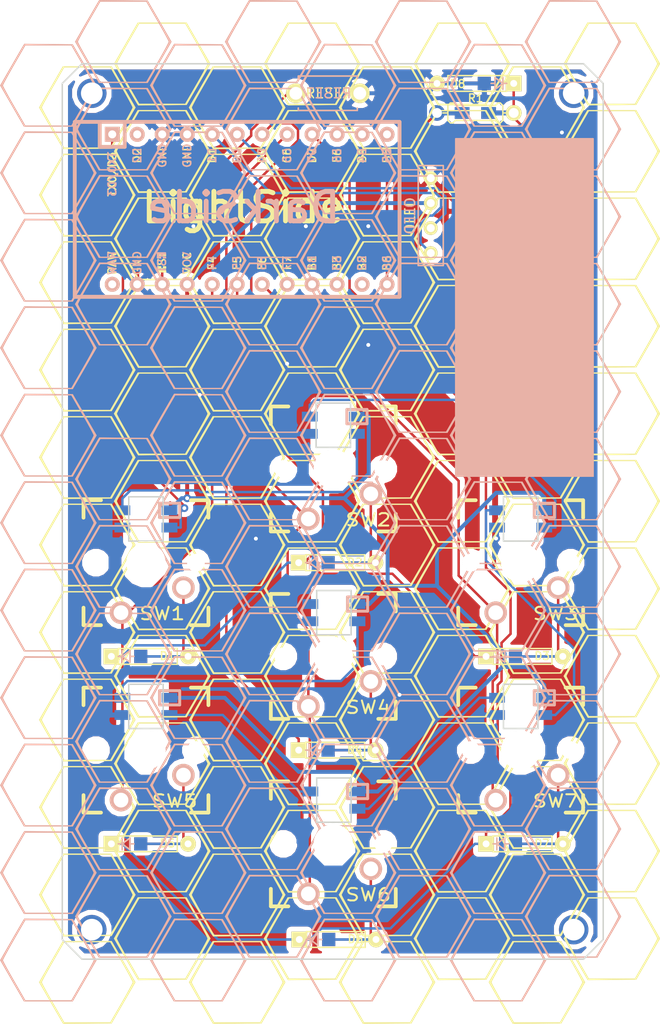
<source format=kicad_pcb>
(kicad_pcb (version 20171130) (host pcbnew 5.0.2-bee76a0~70~ubuntu18.04.1)
  (layers (0 F.Cu signal) (31 B.Cu signal) (34 B.Paste user) (35 F.Paste user) (36 B.SilkS user) (37 F.SilkS user) (38 B.Mask user) (39 F.Mask user) (44 Edge.Cuts user))
  (net 0 "")
  (net 1 "Net-(D1-Pad2)")
  (net 2 ROW0)
  (net 3 "Net-(D2-Pad2)")
  (net 4 "Net-(D3-Pad2)")
  (net 5 "Net-(D4-Pad2)")
  (net 6 ROW1)
  (net 7 "Net-(D5-Pad2)")
  (net 8 ROW2)
  (net 9 "Net-(D6-Pad2)")
  (net 10 "Net-(D7-Pad2)")
  (net 11 GND)
  (net 12 VCC)
  (net 13 SCL)
  (net 14 SDA)
  (net 15 "Net-(L1-Pad1)")
  (net 16 LED)
  (net 17 "Net-(L2-Pad1)")
  (net 18 "Net-(L3-Pad1)")
  (net 19 "Net-(L4-Pad1)")
  (net 20 "Net-(L5-Pad1)")
  (net 21 "Net-(L6-Pad1)")
  (net 22 "Net-(L7-Pad1)")
  (net 23 COL0)
  (net 24 COL1)
  (net 25 COL2)
  (net 26 RST)
  (net 27 "Net-(U1-Pad2)")
  (net 28 "Net-(U1-Pad10)")
  (net 29 "Net-(U1-Pad11)")
  (net 30 "Net-(U1-Pad14)")
  (net 31 "Net-(U1-Pad15)")
  (net 32 "Net-(U1-Pad16)")
  (net 33 "Net-(U1-Pad17)")
  (net 34 "Net-(U1-Pad12)")
  (net 35 "Net-(U1-Pad24)")
  (net 36 "Net-(D8-Pad1)")
  (net 37 AUDIO)
  (module kikad_mods:hxaoutline (layer B.Cu) (at 69.583606 37.096298)
    (fp_text reference G*** hide)
    (fp_text value LOGO hide)
  )
  (module kikad_mods:hxaoutline (layer B.Cu) (at 69.583606 117.106298)
    (fp_text reference G*** hide)
    (fp_text value LOGO hide)
  )
  (module kikad_mods:hxaoutline (layer B.Cu) (at 69.583606 90.436298)
    (fp_text reference G*** hide)
    (fp_text value LOGO hide)
  )
  (module kikad_mods:hxaoutline (layer B.Cu) (at 69.583606 45.986298)
    (fp_text reference G*** hide)
    (fp_text value LOGO hide)
  )
  (module kikad_mods:hxaoutline (layer B.Cu) (at 69.583606 63.766298)
    (fp_text reference G*** hide)
    (fp_text value LOGO hide)
  )
  (module kikad_mods:hxaoutline (layer B.Cu) (at 69.583606 54.876298)
    (fp_text reference G*** hide)
    (fp_text value LOGO hide)
  )
  (module kikad_mods:hxaoutline (layer B.Cu) (at 69.583606 99.326298)
    (fp_text reference G*** hide)
    (fp_text value LOGO hide)
  )
  (module kikad_mods:hxaoutline (layer B.Cu) (at 69.583606 72.656298)
    (fp_text reference G*** hide)
    (fp_text value LOGO hide)
  )
  (module kikad_mods:hxaoutline (layer B.Cu) (at 69.583606 28.206298)
    (fp_text reference G*** hide)
    (fp_text value LOGO hide)
  )
  (module kikad_mods:hxaoutline (layer B.Cu) (at 69.583606 108.216298)
    (fp_text reference G*** hide)
    (fp_text value LOGO hide)
  )
  (module kikad_mods:hxaoutline (layer B.Cu) (at 69.583606 81.546298)
    (fp_text reference G*** hide)
    (fp_text value LOGO hide)
  )
  (module kikad_mods:hxaoutline (layer B.Cu) (at 77.203606 32.651298)
    (fp_text reference G*** hide)
    (fp_text value LOGO hide)
  )
  (module kikad_mods:hxaoutline (layer B.Cu) (at 77.203606 112.661298)
    (fp_text reference G*** hide)
    (fp_text value LOGO hide)
  )
  (module kikad_mods:hxaoutline (layer B.Cu) (at 77.203606 85.991298)
    (fp_text reference G*** hide)
    (fp_text value LOGO hide)
  )
  (module kikad_mods:hxaoutline (layer B.Cu) (at 77.203606 41.541298)
    (fp_text reference G*** hide)
    (fp_text value LOGO hide)
  )
  (module kikad_mods:hxaoutline (layer B.Cu) (at 77.203606 50.431298)
    (fp_text reference G*** hide)
    (fp_text value LOGO hide)
  )
  (module kikad_mods:hxaoutline (layer B.Cu) (at 77.203606 94.881298)
    (fp_text reference G*** hide)
    (fp_text value LOGO hide)
  )
  (module kikad_mods:hxaoutline (layer B.Cu) (at 77.203606 68.211298)
    (fp_text reference G*** hide)
    (fp_text value LOGO hide)
  )
  (module kikad_mods:hxaoutline (layer B.Cu) (at 77.203606 23.761298)
    (fp_text reference G*** hide)
    (fp_text value LOGO hide)
  )
  (module kikad_mods:hxaoutline (layer B.Cu) (at 77.203606 103.771298)
    (fp_text reference G*** hide)
    (fp_text value LOGO hide)
  )
  (module kikad_mods:hxaoutline (layer B.Cu) (at 77.203606 77.101298)
    (fp_text reference G*** hide)
    (fp_text value LOGO hide)
  )
  (module kikad_mods:hxaoutline (layer B.Cu) (at 84.823606 37.096298)
    (fp_text reference G*** hide)
    (fp_text value LOGO hide)
  )
  (module kikad_mods:hxaoutline (layer B.Cu) (at 84.823606 117.106298)
    (fp_text reference G*** hide)
    (fp_text value LOGO hide)
  )
  (module kikad_mods:hxaoutline (layer B.Cu) (at 84.823606 90.436298)
    (fp_text reference G*** hide)
    (fp_text value LOGO hide)
  )
  (module kikad_mods:hxaoutline (layer B.Cu) (at 84.823606 45.986298)
    (fp_text reference G*** hide)
    (fp_text value LOGO hide)
  )
  (module kikad_mods:hxaoutline (layer B.Cu) (at 84.823606 63.766298)
    (fp_text reference G*** hide)
    (fp_text value LOGO hide)
  )
  (module kikad_mods:hxaoutline (layer B.Cu) (at 84.823606 54.876298)
    (fp_text reference G*** hide)
    (fp_text value LOGO hide)
  )
  (module kikad_mods:hxaoutline (layer B.Cu) (at 84.823606 99.326298)
    (fp_text reference G*** hide)
    (fp_text value LOGO hide)
  )
  (module kikad_mods:hxaoutline (layer B.Cu) (at 84.823606 72.656298)
    (fp_text reference G*** hide)
    (fp_text value LOGO hide)
  )
  (module kikad_mods:hxaoutline (layer B.Cu) (at 84.823606 28.206298)
    (fp_text reference G*** hide)
    (fp_text value LOGO hide)
  )
  (module kikad_mods:hxaoutline (layer B.Cu) (at 84.823606 108.216298)
    (fp_text reference G*** hide)
    (fp_text value LOGO hide)
  )
  (module kikad_mods:hxaoutline (layer B.Cu) (at 84.823606 81.546298)
    (fp_text reference G*** hide)
    (fp_text value LOGO hide)
  )
  (module kikad_mods:hxaoutline (layer B.Cu) (at 92.443606 32.651298)
    (fp_text reference G*** hide)
    (fp_text value LOGO hide)
  )
  (module kikad_mods:hxaoutline (layer B.Cu) (at 92.443606 112.661298)
    (fp_text reference G*** hide)
    (fp_text value LOGO hide)
  )
  (module kikad_mods:hxaoutline (layer B.Cu) (at 92.443606 85.991298)
    (fp_text reference G*** hide)
    (fp_text value LOGO hide)
  )
  (module kikad_mods:hxaoutline (layer B.Cu) (at 92.443606 41.541298)
    (fp_text reference G*** hide)
    (fp_text value LOGO hide)
  )
  (module kikad_mods:hxaoutline (layer B.Cu) (at 92.443606 59.321298)
    (fp_text reference G*** hide)
    (fp_text value LOGO hide)
  )
  (module kikad_mods:hxaoutline (layer B.Cu) (at 92.443606 50.431298)
    (fp_text reference G*** hide)
    (fp_text value LOGO hide)
  )
  (module kikad_mods:hxaoutline (layer B.Cu) (at 92.443606 94.881298)
    (fp_text reference G*** hide)
    (fp_text value LOGO hide)
  )
  (module kikad_mods:hxaoutline (layer B.Cu) (at 92.443606 68.211298)
    (fp_text reference G*** hide)
    (fp_text value LOGO hide)
  )
  (module kikad_mods:hxaoutline (layer B.Cu) (at 92.443606 23.761298)
    (fp_text reference G*** hide)
    (fp_text value LOGO hide)
  )
  (module kikad_mods:hxaoutline (layer B.Cu) (at 92.443606 103.771298)
    (fp_text reference G*** hide)
    (fp_text value LOGO hide)
  )
  (module kikad_mods:hxaoutline (layer B.Cu) (at 92.443606 77.101298)
    (fp_text reference G*** hide)
    (fp_text value LOGO hide)
  )
  (module kikad_mods:hxaoutline (layer B.Cu) (at 100.063606 37.096298)
    (fp_text reference G*** hide)
    (fp_text value LOGO hide)
  )
  (module kikad_mods:hxaoutline (layer B.Cu) (at 100.063606 117.106298)
    (fp_text reference G*** hide)
    (fp_text value LOGO hide)
  )
  (module kikad_mods:hxaoutline (layer B.Cu) (at 100.063606 90.436298)
    (fp_text reference G*** hide)
    (fp_text value LOGO hide)
  )
  (module kikad_mods:hxaoutline (layer B.Cu) (at 100.063606 45.986298)
    (fp_text reference G*** hide)
    (fp_text value LOGO hide)
  )
  (module kikad_mods:hxaoutline (layer B.Cu) (at 100.063606 63.766298)
    (fp_text reference G*** hide)
    (fp_text value LOGO hide)
  )
  (module kikad_mods:hxaoutline (layer B.Cu) (at 100.063606 54.876298)
    (fp_text reference G*** hide)
    (fp_text value LOGO hide)
  )
  (module kikad_mods:hxaoutline (layer B.Cu) (at 100.063606 99.326298)
    (fp_text reference G*** hide)
    (fp_text value LOGO hide)
  )
  (module kikad_mods:hxaoutline (layer B.Cu) (at 100.063606 72.656298)
    (fp_text reference G*** hide)
    (fp_text value LOGO hide)
  )
  (module kikad_mods:hxaoutline (layer B.Cu) (at 100.063606 28.206298)
    (fp_text reference G*** hide)
    (fp_text value LOGO hide)
  )
  (module kikad_mods:hxaoutline (layer B.Cu) (at 100.063606 108.216298)
    (fp_text reference G*** hide)
    (fp_text value LOGO hide)
  )
  (module kikad_mods:hxaoutline (layer B.Cu) (at 100.063606 81.546298)
    (fp_text reference G*** hide)
    (fp_text value LOGO hide)
  )
  (module kikad_mods:hxaoutline (layer B.Cu) (at 107.683606 32.651298)
    (fp_text reference G*** hide)
    (fp_text value LOGO hide)
  )
  (module kikad_mods:hxaoutline (layer B.Cu) (at 107.683606 112.661298)
    (fp_text reference G*** hide)
    (fp_text value LOGO hide)
  )
  (module kikad_mods:hxaoutline (layer B.Cu) (at 107.683606 85.991298)
    (fp_text reference G*** hide)
    (fp_text value LOGO hide)
  )
  (module kikad_mods:hxaoutline (layer B.Cu) (at 107.683606 41.541298)
    (fp_text reference G*** hide)
    (fp_text value LOGO hide)
  )
  (module kikad_mods:hxaoutline (layer B.Cu) (at 107.683606 59.321298)
    (fp_text reference G*** hide)
    (fp_text value LOGO hide)
  )
  (module kikad_mods:hxaoutline (layer B.Cu) (at 107.683606 50.431298)
    (fp_text reference G*** hide)
    (fp_text value LOGO hide)
  )
  (module kikad_mods:hxaoutline (layer B.Cu) (at 107.683606 94.881298)
    (fp_text reference G*** hide)
    (fp_text value LOGO hide)
  )
  (module kikad_mods:hxaoutline (layer B.Cu) (at 107.683606 68.211298)
    (fp_text reference G*** hide)
    (fp_text value LOGO hide)
  )
  (module kikad_mods:hxaoutline (layer B.Cu) (at 107.683606 23.761298)
    (fp_text reference G*** hide)
    (fp_text value LOGO hide)
  )
  (module kikad_mods:hxaoutline (layer B.Cu) (at 107.683606 103.771298)
    (fp_text reference G*** hide)
    (fp_text value LOGO hide)
  )
  (module kikad_mods:hxaoutline (layer B.Cu) (at 107.683606 77.101298)
    (fp_text reference G*** hide)
    (fp_text value LOGO hide)
  )
  (module kikad_mods:hxaoutline (layer B.Cu) (at 115.303606 37.096298)
    (fp_text reference G*** hide)
    (fp_text value LOGO hide)
  )
  (module kikad_mods:hxaoutline (layer B.Cu) (at 115.303606 117.106298)
    (fp_text reference G*** hide)
    (fp_text value LOGO hide)
  )
  (module kikad_mods:hxaoutline (layer B.Cu) (at 115.303606 90.436298)
    (fp_text reference G*** hide)
    (fp_text value LOGO hide)
  )
  (module kikad_mods:hxaoutline (layer B.Cu) (at 115.303606 45.986298)
    (fp_text reference G*** hide)
    (fp_text value LOGO hide)
  )
  (module kikad_mods:hxaoutline (layer B.Cu) (at 115.303606 63.766298)
    (fp_text reference G*** hide)
    (fp_text value LOGO hide)
  )
  (module kikad_mods:hxaoutline (layer B.Cu) (at 115.303606 54.876298)
    (fp_text reference G*** hide)
    (fp_text value LOGO hide)
  )
  (module kikad_mods:hxaoutline (layer B.Cu) (at 115.303606 99.326298)
    (fp_text reference G*** hide)
    (fp_text value LOGO hide)
  )
  (module kikad_mods:hxaoutline (layer B.Cu) (at 115.303606 72.656298)
    (fp_text reference G*** hide)
    (fp_text value LOGO hide)
  )
  (module kikad_mods:hxaoutline (layer B.Cu) (at 115.303606 28.206298)
    (fp_text reference G*** hide)
    (fp_text value LOGO hide)
  )
  (module kikad_mods:hxaoutline (layer B.Cu) (at 115.303606 108.216298)
    (fp_text reference G*** hide)
    (fp_text value LOGO hide)
  )
  (module kikad_mods:hxaoutline (layer B.Cu) (at 115.303606 81.546298)
    (fp_text reference G*** hide)
    (fp_text value LOGO hide)
  )
  (module kikad_mods:hxaoutline (layer B.Cu) (at 122.923606 77.101298)
    (fp_text reference G*** hide)
    (fp_text value LOGO hide)
  )
  (module kikad_mods:hxaoutline (layer B.Cu) (at 122.923606 85.991298)
    (fp_text reference G*** hide)
    (fp_text value LOGO hide)
  )
  (module kikad_mods:hxaoutline (layer B.Cu) (at 122.923606 32.651298)
    (fp_text reference G*** hide)
    (fp_text value LOGO hide)
  )
  (module kikad_mods:hxaoutline (layer B.Cu) (at 122.923606 68.211298)
    (fp_text reference G*** hide)
    (fp_text value LOGO hide)
  )
  (module kikad_mods:hxaoutline (layer B.Cu) (at 122.923606 112.661298)
    (fp_text reference G*** hide)
    (fp_text value LOGO hide)
  )
  (module kikad_mods:hxaoutline (layer B.Cu) (at 122.923606 41.541298)
    (fp_text reference G*** hide)
    (fp_text value LOGO hide)
  )
  (module kikad_mods:hxaoutline (layer B.Cu) (at 122.923606 59.321298)
    (fp_text reference G*** hide)
    (fp_text value LOGO hide)
  )
  (module kikad_mods:hxaoutline (layer B.Cu) (at 122.923606 94.881298)
    (fp_text reference G*** hide)
    (fp_text value LOGO hide)
  )
  (module kikad_mods:hxaoutline (layer B.Cu) (at 122.923606 103.771298)
    (fp_text reference G*** hide)
    (fp_text value LOGO hide)
  )
  (module kikad_mods:hxaoutline (layer B.Cu) (at 122.923606 23.761298)
    (fp_text reference G*** hide)
    (fp_text value LOGO hide)
  )
  (module kikad_mods:hxaoutline (layer B.Cu) (at 122.923606 50.431298)
    (fp_text reference G*** hide)
    (fp_text value LOGO hide)
  )
  (module kikad_mods:hxaoutline (layer F.Cu) (at 126.88 61.56)
    (fp_text reference G*** hide)
    (fp_text value LOGO hide)
  )
  (module kikad_mods:hxaoutline (layer F.Cu) (at 126.88 52.67)
    (fp_text reference G*** hide)
    (fp_text value LOGO hide)
  )
  (module kikad_mods:hxaoutline (layer F.Cu) (at 126.88 106.01)
    (fp_text reference G*** hide)
    (fp_text value LOGO hide)
  )
  (module kikad_mods:hxaoutline (layer F.Cu) (at 126.88 70.45)
    (fp_text reference G*** hide)
    (fp_text value LOGO hide)
  )
  (module kikad_mods:hxaoutline (layer F.Cu) (at 126.88 26)
    (fp_text reference G*** hide)
    (fp_text value LOGO hide)
  )
  (module kikad_mods:hxaoutline (layer F.Cu) (at 126.88 97.12)
    (fp_text reference G*** hide)
    (fp_text value LOGO hide)
  )
  (module kikad_mods:hxaoutline (layer F.Cu) (at 126.88 79.34)
    (fp_text reference G*** hide)
    (fp_text value LOGO hide)
  )
  (module kikad_mods:hxaoutline (layer F.Cu) (at 126.88 43.78)
    (fp_text reference G*** hide)
    (fp_text value LOGO hide)
  )
  (module kikad_mods:hxaoutline (layer F.Cu) (at 126.88 34.89)
    (fp_text reference G*** hide)
    (fp_text value LOGO hide)
  )
  (module kikad_mods:hxaoutline (layer F.Cu) (at 126.88 114.9)
    (fp_text reference G*** hide)
    (fp_text value LOGO hide)
  )
  (module kikad_mods:hxaoutline (layer F.Cu) (at 126.88 88.23)
    (fp_text reference G*** hide)
    (fp_text value LOGO hide)
  )
  (module kikad_mods:hxaoutline (layer F.Cu) (at 119.26 66.005)
    (fp_text reference G*** hide)
    (fp_text value LOGO hide)
  )
  (module kikad_mods:hxaoutline (layer F.Cu) (at 119.26 110.455)
    (fp_text reference G*** hide)
    (fp_text value LOGO hide)
  )
  (module kikad_mods:hxaoutline (layer F.Cu) (at 119.26 74.895)
    (fp_text reference G*** hide)
    (fp_text value LOGO hide)
  )
  (module kikad_mods:hxaoutline (layer F.Cu) (at 119.26 30.445)
    (fp_text reference G*** hide)
    (fp_text value LOGO hide)
  )
  (module kikad_mods:hxaoutline (layer F.Cu) (at 119.26 101.565)
    (fp_text reference G*** hide)
    (fp_text value LOGO hide)
  )
  (module kikad_mods:hxaoutline (layer F.Cu) (at 119.26 83.785)
    (fp_text reference G*** hide)
    (fp_text value LOGO hide)
  )
  (module kikad_mods:hxaoutline (layer F.Cu) (at 119.26 48.225)
    (fp_text reference G*** hide)
    (fp_text value LOGO hide)
  )
  (module kikad_mods:hxaoutline (layer F.Cu) (at 119.26 39.335)
    (fp_text reference G*** hide)
    (fp_text value LOGO hide)
  )
  (module kikad_mods:hxaoutline (layer F.Cu) (at 119.26 119.345)
    (fp_text reference G*** hide)
    (fp_text value LOGO hide)
  )
  (module kikad_mods:hxaoutline (layer F.Cu) (at 119.26 92.675)
    (fp_text reference G*** hide)
    (fp_text value LOGO hide)
  )
  (module kikad_mods:hxaoutline (layer F.Cu) (at 111.64 61.56)
    (fp_text reference G*** hide)
    (fp_text value LOGO hide)
  )
  (module kikad_mods:hxaoutline (layer F.Cu) (at 111.64 52.67)
    (fp_text reference G*** hide)
    (fp_text value LOGO hide)
  )
  (module kikad_mods:hxaoutline (layer F.Cu) (at 111.64 106.01)
    (fp_text reference G*** hide)
    (fp_text value LOGO hide)
  )
  (module kikad_mods:hxaoutline (layer F.Cu) (at 111.64 70.45)
    (fp_text reference G*** hide)
    (fp_text value LOGO hide)
  )
  (module kikad_mods:hxaoutline (layer F.Cu) (at 111.64 26)
    (fp_text reference G*** hide)
    (fp_text value LOGO hide)
  )
  (module kikad_mods:hxaoutline (layer F.Cu) (at 111.64 97.12)
    (fp_text reference G*** hide)
    (fp_text value LOGO hide)
  )
  (module kikad_mods:hxaoutline (layer F.Cu) (at 111.64 79.34)
    (fp_text reference G*** hide)
    (fp_text value LOGO hide)
  )
  (module kikad_mods:hxaoutline (layer F.Cu) (at 111.64 43.78)
    (fp_text reference G*** hide)
    (fp_text value LOGO hide)
  )
  (module kikad_mods:hxaoutline (layer F.Cu) (at 111.64 34.89)
    (fp_text reference G*** hide)
    (fp_text value LOGO hide)
  )
  (module kikad_mods:hxaoutline (layer F.Cu) (at 111.64 114.9)
    (fp_text reference G*** hide)
    (fp_text value LOGO hide)
  )
  (module kikad_mods:hxaoutline (layer F.Cu) (at 111.64 88.23)
    (fp_text reference G*** hide)
    (fp_text value LOGO hide)
  )
  (module kikad_mods:hxaoutline (layer F.Cu) (at 104.02 66.005)
    (fp_text reference G*** hide)
    (fp_text value LOGO hide)
  )
  (module kikad_mods:hxaoutline (layer F.Cu) (at 104.02 57.115)
    (fp_text reference G*** hide)
    (fp_text value LOGO hide)
  )
  (module kikad_mods:hxaoutline (layer F.Cu) (at 104.02 110.455)
    (fp_text reference G*** hide)
    (fp_text value LOGO hide)
  )
  (module kikad_mods:hxaoutline (layer F.Cu) (at 104.02 74.895)
    (fp_text reference G*** hide)
    (fp_text value LOGO hide)
  )
  (module kikad_mods:hxaoutline (layer F.Cu) (at 104.02 30.445)
    (fp_text reference G*** hide)
    (fp_text value LOGO hide)
  )
  (module kikad_mods:hxaoutline (layer F.Cu) (at 104.02 101.565)
    (fp_text reference G*** hide)
    (fp_text value LOGO hide)
  )
  (module kikad_mods:hxaoutline (layer F.Cu) (at 104.02 83.785)
    (fp_text reference G*** hide)
    (fp_text value LOGO hide)
  )
  (module kikad_mods:hxaoutline (layer F.Cu) (at 104.02 48.225)
    (fp_text reference G*** hide)
    (fp_text value LOGO hide)
  )
  (module kikad_mods:hxaoutline (layer F.Cu) (at 104.02 39.335)
    (fp_text reference G*** hide)
    (fp_text value LOGO hide)
  )
  (module kikad_mods:hxaoutline (layer F.Cu) (at 104.02 119.345)
    (fp_text reference G*** hide)
    (fp_text value LOGO hide)
  )
  (module kikad_mods:hxaoutline (layer F.Cu) (at 104.02 92.675)
    (fp_text reference G*** hide)
    (fp_text value LOGO hide)
  )
  (module kikad_mods:hxaoutline (layer F.Cu) (at 96.4 61.56)
    (fp_text reference G*** hide)
    (fp_text value LOGO hide)
  )
  (module kikad_mods:hxaoutline (layer F.Cu) (at 96.4 52.67)
    (fp_text reference G*** hide)
    (fp_text value LOGO hide)
  )
  (module kikad_mods:hxaoutline (layer F.Cu) (at 96.4 106.01)
    (fp_text reference G*** hide)
    (fp_text value LOGO hide)
  )
  (module kikad_mods:hxaoutline (layer F.Cu) (at 96.4 70.45)
    (fp_text reference G*** hide)
    (fp_text value LOGO hide)
  )
  (module kikad_mods:hxaoutline (layer F.Cu) (at 96.4 26)
    (fp_text reference G*** hide)
    (fp_text value LOGO hide)
  )
  (module kikad_mods:hxaoutline (layer F.Cu) (at 96.4 97.12)
    (fp_text reference G*** hide)
    (fp_text value LOGO hide)
  )
  (module kikad_mods:hxaoutline (layer F.Cu) (at 96.4 79.34)
    (fp_text reference G*** hide)
    (fp_text value LOGO hide)
  )
  (module kikad_mods:hxaoutline (layer F.Cu) (at 96.4 43.78)
    (fp_text reference G*** hide)
    (fp_text value LOGO hide)
  )
  (module kikad_mods:hxaoutline (layer F.Cu) (at 96.4 34.89)
    (fp_text reference G*** hide)
    (fp_text value LOGO hide)
  )
  (module kikad_mods:hxaoutline (layer F.Cu) (at 96.4 114.9)
    (fp_text reference G*** hide)
    (fp_text value LOGO hide)
  )
  (module kikad_mods:hxaoutline (layer F.Cu) (at 96.4 88.23)
    (fp_text reference G*** hide)
    (fp_text value LOGO hide)
  )
  (module kikad_mods:hxaoutline (layer F.Cu) (at 88.78 66.005)
    (fp_text reference G*** hide)
    (fp_text value LOGO hide)
  )
  (module kikad_mods:hxaoutline (layer F.Cu) (at 88.78 57.115)
    (fp_text reference G*** hide)
    (fp_text value LOGO hide)
  )
  (module kikad_mods:hxaoutline (layer F.Cu) (at 88.78 110.455)
    (fp_text reference G*** hide)
    (fp_text value LOGO hide)
  )
  (module kikad_mods:hxaoutline (layer F.Cu) (at 88.78 74.895)
    (fp_text reference G*** hide)
    (fp_text value LOGO hide)
  )
  (module kikad_mods:hxaoutline (layer F.Cu) (at 88.78 30.445)
    (fp_text reference G*** hide)
    (fp_text value LOGO hide)
  )
  (module kikad_mods:hxaoutline (layer F.Cu) (at 88.78 101.565)
    (fp_text reference G*** hide)
    (fp_text value LOGO hide)
  )
  (module kikad_mods:hxaoutline (layer F.Cu) (at 88.78 83.785)
    (fp_text reference G*** hide)
    (fp_text value LOGO hide)
  )
  (module kikad_mods:hxaoutline (layer F.Cu) (at 88.78 48.225)
    (fp_text reference G*** hide)
    (fp_text value LOGO hide)
  )
  (module kikad_mods:hxaoutline (layer F.Cu) (at 88.78 39.335)
    (fp_text reference G*** hide)
    (fp_text value LOGO hide)
  )
  (module kikad_mods:hxaoutline (layer F.Cu) (at 88.78 119.345)
    (fp_text reference G*** hide)
    (fp_text value LOGO hide)
  )
  (module kikad_mods:hxaoutline (layer F.Cu) (at 88.78 92.675)
    (fp_text reference G*** hide)
    (fp_text value LOGO hide)
  )
  (module kikad_mods:hxaoutline (layer F.Cu) (at 81.16 61.56)
    (fp_text reference G*** hide)
    (fp_text value LOGO hide)
  )
  (module kikad_mods:hxaoutline (layer F.Cu) (at 81.16 52.67)
    (fp_text reference G*** hide)
    (fp_text value LOGO hide)
  )
  (module kikad_mods:hxaoutline (layer F.Cu) (at 81.16 106.01)
    (fp_text reference G*** hide)
    (fp_text value LOGO hide)
  )
  (module kikad_mods:hxaoutline (layer F.Cu) (at 81.16 70.45)
    (fp_text reference G*** hide)
    (fp_text value LOGO hide)
  )
  (module kikad_mods:hxaoutline (layer F.Cu) (at 81.16 26)
    (fp_text reference G*** hide)
    (fp_text value LOGO hide)
  )
  (module kikad_mods:hxaoutline (layer F.Cu) (at 81.16 97.12)
    (fp_text reference G*** hide)
    (fp_text value LOGO hide)
  )
  (module kikad_mods:hxaoutline (layer F.Cu) (at 81.16 79.34)
    (fp_text reference G*** hide)
    (fp_text value LOGO hide)
  )
  (module kikad_mods:hxaoutline (layer F.Cu) (at 81.16 43.78)
    (fp_text reference G*** hide)
    (fp_text value LOGO hide)
  )
  (module kikad_mods:hxaoutline (layer F.Cu) (at 81.16 34.89)
    (fp_text reference G*** hide)
    (fp_text value LOGO hide)
  )
  (module kikad_mods:hxaoutline (layer F.Cu) (at 81.16 114.9)
    (fp_text reference G*** hide)
    (fp_text value LOGO hide)
  )
  (module kikad_mods:hxaoutline (layer F.Cu) (at 81.16 88.23)
    (fp_text reference G*** hide)
    (fp_text value LOGO hide)
  )
  (module kikad_mods:hxaoutline (layer F.Cu) (at 73.54 101.565)
    (fp_text reference G*** hide)
    (fp_text value LOGO hide)
  )
  (module kikad_mods:hxaoutline (layer F.Cu) (at 73.54 119.345)
    (fp_text reference G*** hide)
    (fp_text value LOGO hide)
  )
  (module kikad_mods:hxaoutline (layer F.Cu) (at 73.54 110.455)
    (fp_text reference G*** hide)
    (fp_text value LOGO hide)
  )
  (module kikad_mods:hxaoutline (layer F.Cu) (at 73.54 92.675)
    (fp_text reference G*** hide)
    (fp_text value LOGO hide)
  )
  (module kikad_mods:hxaoutline (layer F.Cu) (at 73.54 66.005)
    (fp_text reference G*** hide)
    (fp_text value LOGO hide)
  )
  (module kikad_mods:hxaoutline (layer F.Cu) (at 73.54 83.785)
    (fp_text reference G*** hide)
    (fp_text value LOGO hide)
  )
  (module kikad_mods:hxaoutline (layer F.Cu) (at 73.54 74.895)
    (fp_text reference G*** hide)
    (fp_text value LOGO hide)
  )
  (module kikad_mods:hxaoutline (layer F.Cu) (at 73.54 57.115)
    (fp_text reference G*** hide)
    (fp_text value LOGO hide)
  )
  (module kikad_mods:hxaoutline (layer F.Cu) (at 73.54 48.225)
    (fp_text reference G*** hide)
    (fp_text value LOGO hide)
  )
  (module kikad_mods:hxaoutline (layer F.Cu) (at 73.54 39.335)
    (fp_text reference G*** hide)
    (fp_text value LOGO hide)
  )
  (module keebio_parts:ArduinoProMicro (layer B.Cu) (at 90.05 40.795)
    (fp_text reference U1 hide)
    (fp_text value ProMicro hide)
    (fp_text user ST (at -8.91 5.04 -90) (layer F.SilkS) (effects (font (size 0.8 0.8))))
    (fp_text user TX0/D3 (at -13.97 -3.571872 -90) (layer B.SilkS) (effects (font (size 0.8 0.8)) (justify mirror)))
    (fp_text user TX0/D3 (at -13.97 -3.571872 -90) (layer F.SilkS) (effects (font (size 0.8 0.8))))
    (fp_text user D2 (at -11.43 -5.461 -90) (layer B.SilkS) (effects (font (size 0.8 0.8)) (justify mirror)))
    (fp_text user D0 (at -1.27 -5.461 -90) (layer B.SilkS) (effects (font (size 0.8 0.8)) (justify mirror)))
    (fp_text user D1 (at -3.81 -5.461 -90) (layer B.SilkS) (effects (font (size 0.8 0.8)) (justify mirror)))
    (fp_text user GND (at -6.35 -5.461 -90) (layer B.SilkS) (effects (font (size 0.8 0.8)) (justify mirror)))
    (fp_text user GND (at -8.89 -5.461 -90) (layer B.SilkS) (effects (font (size 0.8 0.8)) (justify mirror)))
    (fp_text user D4 (at 1.27 -5.461 -90) (layer B.SilkS) (effects (font (size 0.8 0.8)) (justify mirror)))
    (fp_text user C6 (at 3.81 -5.461 -90) (layer B.SilkS) (effects (font (size 0.8 0.8)) (justify mirror)))
    (fp_text user D7 (at 6.35 -5.461 -90) (layer B.SilkS) (effects (font (size 0.8 0.8)) (justify mirror)))
    (fp_text user E6 (at 8.89 -5.461 -90) (layer B.SilkS) (effects (font (size 0.8 0.8)) (justify mirror)))
    (fp_text user B4 (at 11.43 -5.461 -90) (layer B.SilkS) (effects (font (size 0.8 0.8)) (justify mirror)))
    (fp_text user B5 (at 13.97 -5.461 -90) (layer B.SilkS) (effects (font (size 0.8 0.8)) (justify mirror)))
    (fp_text user B6 (at 13.97 5.461 -90) (layer B.SilkS) (effects (font (size 0.8 0.8)) (justify mirror)))
    (fp_text user B2 (at 11.43 5.461 -90) (layer F.SilkS) (effects (font (size 0.8 0.8))))
    (fp_text user B3 (at 8.89 5.461 -90) (layer B.SilkS) (effects (font (size 0.8 0.8)) (justify mirror)))
    (fp_text user B1 (at 6.35 5.461 -90) (layer B.SilkS) (effects (font (size 0.8 0.8)) (justify mirror)))
    (fp_text user F7 (at 3.81 5.461 -90) (layer F.SilkS) (effects (font (size 0.8 0.8))))
    (fp_text user F6 (at 1.27 5.461 -90) (layer F.SilkS) (effects (font (size 0.8 0.8))))
    (fp_text user F5 (at -1.27 5.461 -90) (layer F.SilkS) (effects (font (size 0.8 0.8))))
    (fp_text user F4 (at -3.81 5.461 -90) (layer B.SilkS) (effects (font (size 0.8 0.8)) (justify mirror)))
    (fp_text user VCC (at -6.35 5.461 -90) (layer B.SilkS) (effects (font (size 0.8 0.8)) (justify mirror)))
    (fp_text user ST (at -8.92 5.73312 -90) (layer B.SilkS) (effects (font (size 0.8 0.8)) (justify mirror)))
    (fp_text user GND (at -11.43 5.461 -90) (layer B.SilkS) (effects (font (size 0.8 0.8)) (justify mirror)))
    (fp_text user RAW (at -13.97 5.461 -90) (layer B.SilkS) (effects (font (size 0.8 0.8)) (justify mirror)))
    (fp_text user RAW (at -13.97 5.461 -90) (layer F.SilkS) (effects (font (size 0.8 0.8))))
    (fp_text user GND (at -11.43 5.461 -90) (layer F.SilkS) (effects (font (size 0.8 0.8))))
    (fp_text user VCC (at -6.35 5.461 -90) (layer F.SilkS) (effects (font (size 0.8 0.8))))
    (fp_text user F4 (at -3.81 5.461 -90) (layer F.SilkS) (effects (font (size 0.8 0.8))))
    (fp_text user F5 (at -1.27 5.461 -90) (layer B.SilkS) (effects (font (size 0.8 0.8)) (justify mirror)))
    (fp_text user F6 (at 1.27 5.461 -90) (layer B.SilkS) (effects (font (size 0.8 0.8)) (justify mirror)))
    (fp_text user F7 (at 3.81 5.461 -90) (layer B.SilkS) (effects (font (size 0.8 0.8)) (justify mirror)))
    (fp_text user B1 (at 6.35 5.461 -90) (layer F.SilkS) (effects (font (size 0.8 0.8))))
    (fp_text user B3 (at 8.89 5.461 -90) (layer F.SilkS) (effects (font (size 0.8 0.8))))
    (fp_text user B2 (at 11.43 5.461 -90) (layer B.SilkS) (effects (font (size 0.8 0.8)) (justify mirror)))
    (fp_text user B6 (at 13.97 5.461 -90) (layer F.SilkS) (effects (font (size 0.8 0.8))))
    (fp_text user B5 (at 13.97 -5.461 -90) (layer F.SilkS) (effects (font (size 0.8 0.8))))
    (fp_text user B4 (at 11.43 -5.461 -90) (layer F.SilkS) (effects (font (size 0.8 0.8))))
    (fp_text user E6 (at 8.89 -5.461 -90) (layer F.SilkS) (effects (font (size 0.8 0.8))))
    (fp_text user D7 (at 6.35 -5.461 -90) (layer F.SilkS) (effects (font (size 0.8 0.8))))
    (fp_text user C6 (at 3.81 -5.461 -90) (layer F.SilkS) (effects (font (size 0.8 0.8))))
    (fp_text user D4 (at 1.27 -5.461 -90) (layer F.SilkS) (effects (font (size 0.8 0.8))))
    (fp_text user GND (at -8.89 -5.461 -90) (layer F.SilkS) (effects (font (size 0.8 0.8))))
    (fp_text user GND (at -6.35 -5.461 -90) (layer F.SilkS) (effects (font (size 0.8 0.8))))
    (fp_text user D1 (at -3.81 -5.461 -90) (layer F.SilkS) (effects (font (size 0.8 0.8))))
    (fp_text user D0 (at -1.27 -5.461 -90) (layer F.SilkS) (effects (font (size 0.8 0.8))))
    (fp_text user D2 (at -11.43 -5.461 -90) (layer F.SilkS) (effects (font (size 0.8 0.8))))
    (pad 24 thru_hole circle (at -13.97 7.62) (size 1.524 1.524) (drill 0.813) (layers *.Cu *.SilkS *.Mask) (net 35 "Net-(U1-Pad24)"))
    (pad 12 thru_hole circle (at 13.97 -7.62) (size 1.524 1.524) (drill 0.813) (layers *.Cu *.SilkS *.Mask) (net 34 "Net-(U1-Pad12)"))
    (pad 23 thru_hole circle (at -11.43 7.62) (size 1.524 1.524) (drill 0.813) (layers *.Cu *.SilkS *.Mask) (net 11 GND))
    (pad 22 thru_hole circle (at -8.89 7.62) (size 1.524 1.524) (drill 0.813) (layers *.Cu *.SilkS *.Mask) (net 26 RST))
    (pad 21 thru_hole circle (at -6.35 7.62) (size 1.524 1.524) (drill 0.813) (layers *.Cu *.SilkS *.Mask) (net 12 VCC))
    (pad 20 thru_hole circle (at -3.81 7.62) (size 1.524 1.524) (drill 0.813) (layers *.Cu *.SilkS *.Mask) (net 23 COL0))
    (pad 19 thru_hole circle (at -1.27 7.62) (size 1.524 1.524) (drill 0.813) (layers *.Cu *.SilkS *.Mask) (net 24 COL1))
    (pad 18 thru_hole circle (at 1.27 7.62) (size 1.524 1.524) (drill 0.813) (layers *.Cu *.SilkS *.Mask) (net 25 COL2))
    (pad 17 thru_hole circle (at 3.81 7.62) (size 1.524 1.524) (drill 0.813) (layers *.Cu *.SilkS *.Mask) (net 33 "Net-(U1-Pad17)"))
    (pad 16 thru_hole circle (at 6.35 7.62) (size 1.524 1.524) (drill 0.813) (layers *.Cu *.SilkS *.Mask) (net 32 "Net-(U1-Pad16)"))
    (pad 15 thru_hole circle (at 8.89 7.62) (size 1.524 1.524) (drill 0.813) (layers *.Cu *.SilkS *.Mask) (net 31 "Net-(U1-Pad15)"))
    (pad 14 thru_hole circle (at 11.43 7.62) (size 1.524 1.524) (drill 0.813) (layers *.Cu *.SilkS *.Mask) (net 30 "Net-(U1-Pad14)"))
    (pad 13 thru_hole circle (at 13.97 7.62) (size 1.524 1.524) (drill 0.813) (layers *.Cu *.SilkS *.Mask) (net 37 AUDIO))
    (pad 11 thru_hole circle (at 11.43 -7.62) (size 1.524 1.524) (drill 0.813) (layers *.Cu *.SilkS *.Mask) (net 29 "Net-(U1-Pad11)"))
    (pad 10 thru_hole circle (at 8.89 -7.62) (size 1.524 1.524) (drill 0.813) (layers *.Cu *.SilkS *.Mask) (net 28 "Net-(U1-Pad10)"))
    (pad 9 thru_hole circle (at 6.35 -7.62) (size 1.524 1.524) (drill 0.813) (layers *.Cu *.SilkS *.Mask) (net 8 ROW2))
    (pad 8 thru_hole circle (at 3.81 -7.62) (size 1.524 1.524) (drill 0.813) (layers *.Cu *.SilkS *.Mask) (net 6 ROW1))
    (pad 7 thru_hole circle (at 1.27 -7.62) (size 1.524 1.524) (drill 0.813) (layers *.Cu *.SilkS *.Mask) (net 2 ROW0))
    (pad 6 thru_hole circle (at -1.27 -7.62) (size 1.524 1.524) (drill 0.813) (layers *.Cu *.SilkS *.Mask) (net 13 SCL))
    (pad 5 thru_hole circle (at -3.81 -7.62) (size 1.524 1.524) (drill 0.813) (layers *.Cu *.SilkS *.Mask) (net 14 SDA))
    (pad 4 thru_hole circle (at -6.35 -7.62) (size 1.524 1.524) (drill 0.813) (layers *.Cu *.SilkS *.Mask) (net 11 GND))
    (pad 3 thru_hole circle (at -8.89 -7.62) (size 1.524 1.524) (drill 0.813) (layers *.Cu *.SilkS *.Mask) (net 11 GND))
    (pad 2 thru_hole circle (at -11.43 -7.62) (size 1.524 1.524) (drill 0.813) (layers *.Cu *.SilkS *.Mask) (net 27 "Net-(U1-Pad2)"))
    (pad 1 thru_hole rect (at -13.97 -7.62) (size 1.524 1.524) (drill 0.813) (layers *.Cu *.SilkS *.Mask) (net 16 LED))
  )
  (module kbd:SK6812MINI_rev (layer F.Cu) (at 117.609 91.31)
    (fp_text reference L4 hide)
    (fp_text value SK6812MINI hide)
    (fp_line (start -1.75 -2.25) (end -1.75 2.25) (layer Edge.Cuts) (width 0.15))
    (fp_line (start 1.75 -2.25) (end 1.75 2.25) (layer Edge.Cuts) (width 0.15))
    (fp_line (start -1.75 -2.25) (end 1.75 -2.25) (layer Edge.Cuts) (width 0.15))
    (fp_line (start 1.75 2.25) (end -1.75 2.25) (layer Edge.Cuts) (width 0.15))
    (pad 2 smd rect (at -2.4 0.875) (size 1.6 1) (layers B.Cu B.Paste B.Mask) (net 11 GND))
    (pad 1 smd rect (at -2.4 -0.875) (size 1.6 1) (layers B.Cu B.Paste B.Mask) (net 19 "Net-(L4-Pad1)"))
    (pad 4 smd rect (at 2.4 -0.875) (size 1.6 1) (layers B.Cu B.Paste B.Mask) (net 12 VCC))
    (pad 3 smd rect (at 2.4 0.875) (size 1.6 1) (layers B.Cu B.Paste B.Mask) (net 18 "Net-(L3-Pad1)"))
  )
  (module keebio_parts:MX_PCB_100H (layer F.Cu) (at 79.509 76.705 180)
    (fp_text reference SW1 (at -1.651 -5.175 180) (layer F.SilkS) (effects (font (size 1.27 1.524) (thickness 0.2032))))
    (fp_text value SW_PUSH hide)
    (pad 1 thru_hole circle (at 2.54 -5.08 180) (size 2.286 2.286) (drill 1.4986) (layers *.Cu *.SilkS *.Mask) (net 23 COL0))
    (pad 2 thru_hole circle (at -3.81 -2.54 180) (size 2.286 2.286) (drill 1.4986) (layers *.Cu *.SilkS *.Mask) (net 1 "Net-(D1-Pad2)"))
    (pad HOLE np_thru_hole circle (at 0 0 180) (size 3.9878 3.9878) (drill 3.9878) (layers *.Cu))
    (pad HOLE np_thru_hole circle (at -5.08 0 180) (size 1.8 1.8) (drill 1.8) (layers *.Cu))
    (pad HOLE np_thru_hole circle (at 5.08 0 180) (size 1.8 1.8) (drill 1.8) (layers *.Cu))
  )
  (module kbd:HOLE (layer F.Cu) (at 123 114)
    (fp_text reference Ref3)
    (fp_text value Val**)
    (pad "" np_thru_hole circle (at 0 0) (size 3 3) (drill 2.2) (layers *.Cu *.Mask))
  )
  (module kbd:HOLE (layer F.Cu) (at 74 114)
    (fp_text reference Ref2)
    (fp_text value Val**)
    (pad "" np_thru_hole circle (at 0 0) (size 3 3) (drill 2.2) (layers *.Cu *.Mask))
  )
  (module kbd:HOLE (layer F.Cu) (at 74 29)
    (fp_text reference Ref0)
    (fp_text value Val**)
    (pad "" np_thru_hole circle (at 0 0) (size 3 3) (drill 2.2) (layers *.Cu *.Mask))
  )
  (module kbd:SK6812MINI_rev (layer F.Cu) (at 79.509 72.26)
    (fp_text reference L1 hide)
    (fp_text value SK6812MINI hide)
    (fp_line (start -1.75 -2.25) (end -1.75 2.25) (layer Edge.Cuts) (width 0.15))
    (fp_line (start 1.75 -2.25) (end 1.75 2.25) (layer Edge.Cuts) (width 0.15))
    (fp_line (start -1.75 -2.25) (end 1.75 -2.25) (layer Edge.Cuts) (width 0.15))
    (fp_line (start 1.75 2.25) (end -1.75 2.25) (layer Edge.Cuts) (width 0.15))
    (pad 2 smd rect (at -2.4 0.875) (size 1.6 1) (layers B.Cu B.Paste B.Mask) (net 11 GND))
    (pad 1 smd rect (at -2.4 -0.875) (size 1.6 1) (layers B.Cu B.Paste B.Mask) (net 15 "Net-(L1-Pad1)"))
    (pad 4 smd rect (at 2.4 -0.875) (size 1.6 1) (layers B.Cu B.Paste B.Mask) (net 12 VCC))
    (pad 3 smd rect (at 2.4 0.875) (size 1.6 1) (layers B.Cu B.Paste B.Mask) (net 16 LED))
  )
  (module kbd:SK6812MINI_rev (layer F.Cu) (at 98.559 62.735)
    (fp_text reference L2 hide)
    (fp_text value SK6812MINI hide)
    (fp_line (start -1.75 -2.25) (end -1.75 2.25) (layer Edge.Cuts) (width 0.15))
    (fp_line (start 1.75 -2.25) (end 1.75 2.25) (layer Edge.Cuts) (width 0.15))
    (fp_line (start -1.75 -2.25) (end 1.75 -2.25) (layer Edge.Cuts) (width 0.15))
    (fp_line (start 1.75 2.25) (end -1.75 2.25) (layer Edge.Cuts) (width 0.15))
    (pad 2 smd rect (at -2.4 0.875) (size 1.6 1) (layers B.Cu B.Paste B.Mask) (net 11 GND))
    (pad 1 smd rect (at -2.4 -0.875) (size 1.6 1) (layers B.Cu B.Paste B.Mask) (net 17 "Net-(L2-Pad1)"))
    (pad 4 smd rect (at 2.4 -0.875) (size 1.6 1) (layers B.Cu B.Paste B.Mask) (net 12 VCC))
    (pad 3 smd rect (at 2.4 0.875) (size 1.6 1) (layers B.Cu B.Paste B.Mask) (net 15 "Net-(L1-Pad1)"))
  )
  (module kbd:SK6812MINI_rev (layer F.Cu) (at 117.609 72.26)
    (fp_text reference L3 hide)
    (fp_text value SK6812MINI hide)
    (fp_line (start -1.75 -2.25) (end -1.75 2.25) (layer Edge.Cuts) (width 0.15))
    (fp_line (start 1.75 -2.25) (end 1.75 2.25) (layer Edge.Cuts) (width 0.15))
    (fp_line (start -1.75 -2.25) (end 1.75 -2.25) (layer Edge.Cuts) (width 0.15))
    (fp_line (start 1.75 2.25) (end -1.75 2.25) (layer Edge.Cuts) (width 0.15))
    (pad 2 smd rect (at -2.4 0.875) (size 1.6 1) (layers B.Cu B.Paste B.Mask) (net 11 GND))
    (pad 1 smd rect (at -2.4 -0.875) (size 1.6 1) (layers B.Cu B.Paste B.Mask) (net 18 "Net-(L3-Pad1)"))
    (pad 4 smd rect (at 2.4 -0.875) (size 1.6 1) (layers B.Cu B.Paste B.Mask) (net 12 VCC))
    (pad 3 smd rect (at 2.4 0.875) (size 1.6 1) (layers B.Cu B.Paste B.Mask) (net 17 "Net-(L2-Pad1)"))
  )
  (module kbd:SK6812MINI_rev (layer F.Cu) (at 79.509 91.31)
    (fp_text reference L6 hide)
    (fp_text value SK6812MINI hide)
    (fp_line (start -1.75 -2.25) (end -1.75 2.25) (layer Edge.Cuts) (width 0.15))
    (fp_line (start 1.75 -2.25) (end 1.75 2.25) (layer Edge.Cuts) (width 0.15))
    (fp_line (start -1.75 -2.25) (end 1.75 -2.25) (layer Edge.Cuts) (width 0.15))
    (fp_line (start 1.75 2.25) (end -1.75 2.25) (layer Edge.Cuts) (width 0.15))
    (pad 2 smd rect (at -2.4 0.875) (size 1.6 1) (layers B.Cu B.Paste B.Mask) (net 11 GND))
    (pad 1 smd rect (at -2.4 -0.875) (size 1.6 1) (layers B.Cu B.Paste B.Mask) (net 21 "Net-(L6-Pad1)"))
    (pad 4 smd rect (at 2.4 -0.875) (size 1.6 1) (layers B.Cu B.Paste B.Mask) (net 12 VCC))
    (pad 3 smd rect (at 2.4 0.875) (size 1.6 1) (layers B.Cu B.Paste B.Mask) (net 20 "Net-(L5-Pad1)"))
  )
  (module kbd:SK6812MINI_rev (layer F.Cu) (at 98.619 100.835)
    (fp_text reference L5 hide)
    (fp_text value SK6812MINI hide)
    (fp_line (start -1.75 -2.25) (end -1.75 2.25) (layer Edge.Cuts) (width 0.15))
    (fp_line (start 1.75 -2.25) (end 1.75 2.25) (layer Edge.Cuts) (width 0.15))
    (fp_line (start -1.75 -2.25) (end 1.75 -2.25) (layer Edge.Cuts) (width 0.15))
    (fp_line (start 1.75 2.25) (end -1.75 2.25) (layer Edge.Cuts) (width 0.15))
    (pad 2 smd rect (at -2.4 0.875) (size 1.6 1) (layers B.Cu B.Paste B.Mask) (net 11 GND))
    (pad 1 smd rect (at -2.4 -0.875) (size 1.6 1) (layers B.Cu B.Paste B.Mask) (net 20 "Net-(L5-Pad1)"))
    (pad 4 smd rect (at 2.4 -0.875) (size 1.6 1) (layers B.Cu B.Paste B.Mask) (net 12 VCC))
    (pad 3 smd rect (at 2.4 0.875) (size 1.6 1) (layers B.Cu B.Paste B.Mask) (net 19 "Net-(L4-Pad1)"))
  )
  (module kbd:SK6812MINI_rev (layer F.Cu) (at 98.619 81.785)
    (fp_text reference L7 hide)
    (fp_text value SK6812MINI hide)
    (fp_line (start -1.75 -2.25) (end -1.75 2.25) (layer Edge.Cuts) (width 0.15))
    (fp_line (start 1.75 -2.25) (end 1.75 2.25) (layer Edge.Cuts) (width 0.15))
    (fp_line (start -1.75 -2.25) (end 1.75 -2.25) (layer Edge.Cuts) (width 0.15))
    (fp_line (start 1.75 2.25) (end -1.75 2.25) (layer Edge.Cuts) (width 0.15))
    (pad 2 smd rect (at -2.4 0.875) (size 1.6 1) (layers B.Cu B.Paste B.Mask) (net 11 GND))
    (pad 1 smd rect (at -2.4 -0.875) (size 1.6 1) (layers B.Cu B.Paste B.Mask) (net 22 "Net-(L7-Pad1)"))
    (pad 4 smd rect (at 2.4 -0.875) (size 1.6 1) (layers B.Cu B.Paste B.Mask) (net 12 VCC))
    (pad 3 smd rect (at 2.4 0.875) (size 1.6 1) (layers B.Cu B.Paste B.Mask) (net 21 "Net-(L6-Pad1)"))
  )
  (module keebio_parts:MX_PCB_100H (layer F.Cu) (at 98.559 67.18 180)
    (fp_text reference SW2 (at -3.556 -5.175) (layer F.SilkS) (effects (font (size 1.27 1.524) (thickness 0.2032))))
    (fp_text value SW_PUSH hide)
    (pad 1 thru_hole circle (at 2.54 -5.08 180) (size 2.286 2.286) (drill 1.4986) (layers *.Cu *.SilkS *.Mask) (net 24 COL1))
    (pad 2 thru_hole circle (at -3.81 -2.54 180) (size 2.286 2.286) (drill 1.4986) (layers *.Cu *.SilkS *.Mask) (net 3 "Net-(D2-Pad2)"))
    (pad HOLE np_thru_hole circle (at 0 0 180) (size 3.9878 3.9878) (drill 3.9878) (layers *.Cu))
    (pad HOLE np_thru_hole circle (at -5.08 0 180) (size 1.8 1.8) (drill 1.8) (layers *.Cu))
    (pad HOLE np_thru_hole circle (at 5.08 0 180) (size 1.8 1.8) (drill 1.8) (layers *.Cu))
  )
  (module keebio_parts:MX_PCB_100H (layer F.Cu) (at 117.609 76.705 180)
    (fp_text reference SW3 (at -3.556 -5.175 180) (layer F.SilkS) (effects (font (size 1.27 1.524) (thickness 0.2032))))
    (fp_text value SW_PUSH hide)
    (pad 1 thru_hole circle (at 2.54 -5.08 180) (size 2.286 2.286) (drill 1.4986) (layers *.Cu *.SilkS *.Mask) (net 25 COL2))
    (pad 2 thru_hole circle (at -3.81 -2.54 180) (size 2.286 2.286) (drill 1.4986) (layers *.Cu *.SilkS *.Mask) (net 4 "Net-(D3-Pad2)"))
    (pad HOLE np_thru_hole circle (at 0 0 180) (size 3.9878 3.9878) (drill 3.9878) (layers *.Cu))
    (pad HOLE np_thru_hole circle (at -5.08 0 180) (size 1.8 1.8) (drill 1.8) (layers *.Cu))
    (pad HOLE np_thru_hole circle (at 5.08 0 180) (size 1.8 1.8) (drill 1.8) (layers *.Cu))
  )
  (module keebio_parts:MX_PCB_100H (layer F.Cu) (at 98.559 86.23 180)
    (fp_text reference SW4 (at -3.556 -5.175 180) (layer F.SilkS) (effects (font (size 1.27 1.524) (thickness 0.2032))))
    (fp_text value SW_PUSH hide)
    (pad 1 thru_hole circle (at 2.54 -5.08 180) (size 2.286 2.286) (drill 1.4986) (layers *.Cu *.SilkS *.Mask) (net 24 COL1))
    (pad 2 thru_hole circle (at -3.81 -2.54 180) (size 2.286 2.286) (drill 1.4986) (layers *.Cu *.SilkS *.Mask) (net 5 "Net-(D4-Pad2)"))
    (pad HOLE np_thru_hole circle (at 0 0 180) (size 3.9878 3.9878) (drill 3.9878) (layers *.Cu))
    (pad HOLE np_thru_hole circle (at -5.08 0 180) (size 1.8 1.8) (drill 1.8) (layers *.Cu))
    (pad HOLE np_thru_hole circle (at 5.08 0 180) (size 1.8 1.8) (drill 1.8) (layers *.Cu))
  )
  (module keebio_parts:MX_PCB_100H (layer F.Cu) (at 79.509 95.755 180)
    (fp_text reference SW5 (at -2.921 -5.175 180) (layer F.SilkS) (effects (font (size 1.27 1.524) (thickness 0.2032))))
    (fp_text value SW_PUSH hide)
    (pad 1 thru_hole circle (at 2.54 -5.08 180) (size 2.286 2.286) (drill 1.4986) (layers *.Cu *.SilkS *.Mask) (net 23 COL0))
    (pad 2 thru_hole circle (at -3.81 -2.54 180) (size 2.286 2.286) (drill 1.4986) (layers *.Cu *.SilkS *.Mask) (net 7 "Net-(D5-Pad2)"))
    (pad HOLE np_thru_hole circle (at 0 0 180) (size 3.9878 3.9878) (drill 3.9878) (layers *.Cu))
    (pad HOLE np_thru_hole circle (at -5.08 0 180) (size 1.8 1.8) (drill 1.8) (layers *.Cu))
    (pad HOLE np_thru_hole circle (at 5.08 0 180) (size 1.8 1.8) (drill 1.8) (layers *.Cu))
  )
  (module keebio_parts:MX_PCB_100H (layer F.Cu) (at 98.559 105.28 180)
    (fp_text reference SW6 (at -3.556 -5.175 180) (layer F.SilkS) (effects (font (size 1.27 1.524) (thickness 0.2032))))
    (fp_text value SW_PUSH hide)
    (pad 1 thru_hole circle (at 2.54 -5.08 180) (size 2.286 2.286) (drill 1.4986) (layers *.Cu *.SilkS *.Mask) (net 24 COL1))
    (pad 2 thru_hole circle (at -3.81 -2.54 180) (size 2.286 2.286) (drill 1.4986) (layers *.Cu *.SilkS *.Mask) (net 9 "Net-(D6-Pad2)"))
    (pad HOLE np_thru_hole circle (at 0 0 180) (size 3.9878 3.9878) (drill 3.9878) (layers *.Cu))
    (pad HOLE np_thru_hole circle (at -5.08 0 180) (size 1.8 1.8) (drill 1.8) (layers *.Cu))
    (pad HOLE np_thru_hole circle (at 5.08 0 180) (size 1.8 1.8) (drill 1.8) (layers *.Cu))
  )
  (module keebio_parts:MX_PCB_100H (layer F.Cu) (at 117.609 95.755 180)
    (fp_text reference SW7 (at -3.556 -5.175 180) (layer F.SilkS) (effects (font (size 1.27 1.524) (thickness 0.2032))))
    (fp_text value SW_PUSH hide)
    (pad 1 thru_hole circle (at 2.54 -5.08 180) (size 2.286 2.286) (drill 1.4986) (layers *.Cu *.SilkS *.Mask) (net 25 COL2))
    (pad 2 thru_hole circle (at -3.81 -2.54 180) (size 2.286 2.286) (drill 1.4986) (layers *.Cu *.SilkS *.Mask) (net 10 "Net-(D7-Pad2)"))
    (pad HOLE np_thru_hole circle (at 0 0 180) (size 3.9878 3.9878) (drill 3.9878) (layers *.Cu))
    (pad HOLE np_thru_hole circle (at -5.08 0 180) (size 1.8 1.8) (drill 1.8) (layers *.Cu))
    (pad HOLE np_thru_hole circle (at 5.08 0 180) (size 1.8 1.8) (drill 1.8) (layers *.Cu))
  )
  (module keebio_parts:Diode-hybrid-3pad (layer F.Cu) (at 79.89 86.23 180)
    (fp_text reference D1 (at -1.8 0.0508 180) (layer F.SilkS) (effects (font (size 0.8 0.8))))
    (fp_text value D hide)
    (pad 2 smd rect (at -1.5 0 180) (size 4 0.25) (layers B.Cu) (net 1 "Net-(D1-Pad2)"))
    (pad 2 smd rect (at 0.91 0 180) (size 1.34 1.34) (layers B.Cu B.Paste B.Mask) (net 1 "Net-(D1-Pad2)"))
    (pad 2 smd rect (at 0.91 0 180) (size 1.34 1.34) (layers F.Cu F.Paste F.Mask) (net 1 "Net-(D1-Pad2)"))
    (pad 2 thru_hole circle (at -3.9 0 180) (size 1.6 1.6) (drill 0.7) (layers *.Cu *.Mask F.SilkS) (net 1 "Net-(D1-Pad2)"))
    (pad 1 thru_hole rect (at 3.9 0 180) (size 1.6 1.6) (drill 0.7) (layers *.Cu *.Mask F.SilkS) (net 2 ROW0))
    (pad 2 smd rect (at -1.5 0 180) (size 4 0.25) (layers F.Cu) (net 1 "Net-(D1-Pad2)"))
  )
  (module keebio_parts:Diode-hybrid-3pad (layer F.Cu) (at 98.94 76.705 180)
    (fp_text reference D2 (at -1.8 0.0508 180) (layer F.SilkS) (effects (font (size 0.8 0.8))))
    (fp_text value D hide)
    (pad 2 smd rect (at -1.5 0 180) (size 4 0.25) (layers B.Cu) (net 3 "Net-(D2-Pad2)"))
    (pad 2 smd rect (at 0.91 0 180) (size 1.34 1.34) (layers B.Cu B.Paste B.Mask) (net 3 "Net-(D2-Pad2)"))
    (pad 2 smd rect (at 0.91 0 180) (size 1.34 1.34) (layers F.Cu F.Paste F.Mask) (net 3 "Net-(D2-Pad2)"))
    (pad 2 thru_hole circle (at -3.9 0 180) (size 1.6 1.6) (drill 0.7) (layers *.Cu *.Mask F.SilkS) (net 3 "Net-(D2-Pad2)"))
    (pad 1 thru_hole rect (at 3.9 0 180) (size 1.6 1.6) (drill 0.7) (layers *.Cu *.Mask F.SilkS) (net 2 ROW0))
    (pad 2 smd rect (at -1.5 0 180) (size 4 0.25) (layers F.Cu) (net 3 "Net-(D2-Pad2)"))
  )
  (module keebio_parts:Diode-hybrid-3pad (layer F.Cu) (at 117.99 86.23 180)
    (fp_text reference D3 (at -1.8 0.0508 180) (layer F.SilkS) (effects (font (size 0.8 0.8))))
    (fp_text value D hide)
    (pad 2 smd rect (at -1.5 0 180) (size 4 0.25) (layers F.Cu) (net 4 "Net-(D3-Pad2)"))
    (pad 1 thru_hole rect (at 3.9 0 180) (size 1.6 1.6) (drill 0.7) (layers *.Cu *.Mask F.SilkS) (net 2 ROW0))
    (pad 2 thru_hole circle (at -3.9 0 180) (size 1.6 1.6) (drill 0.7) (layers *.Cu *.Mask F.SilkS) (net 4 "Net-(D3-Pad2)"))
    (pad 2 smd rect (at 0.91 0 180) (size 1.34 1.34) (layers F.Cu F.Paste F.Mask) (net 4 "Net-(D3-Pad2)"))
    (pad 2 smd rect (at 0.91 0 180) (size 1.34 1.34) (layers B.Cu B.Paste B.Mask) (net 4 "Net-(D3-Pad2)"))
    (pad 2 smd rect (at -1.5 0 180) (size 4 0.25) (layers B.Cu) (net 4 "Net-(D3-Pad2)"))
  )
  (module keebio_parts:Diode-hybrid-3pad (layer F.Cu) (at 98.94 95.755 180)
    (fp_text reference D4 (at -1.8 0.0508 180) (layer F.SilkS) (effects (font (size 0.8 0.8))))
    (fp_text value D hide)
    (pad 2 smd rect (at -1.5 0 180) (size 4 0.25) (layers B.Cu) (net 5 "Net-(D4-Pad2)"))
    (pad 2 smd rect (at 0.91 0 180) (size 1.34 1.34) (layers B.Cu B.Paste B.Mask) (net 5 "Net-(D4-Pad2)"))
    (pad 2 smd rect (at 0.91 0 180) (size 1.34 1.34) (layers F.Cu F.Paste F.Mask) (net 5 "Net-(D4-Pad2)"))
    (pad 2 thru_hole circle (at -3.9 0 180) (size 1.6 1.6) (drill 0.7) (layers *.Cu *.Mask F.SilkS) (net 5 "Net-(D4-Pad2)"))
    (pad 1 thru_hole rect (at 3.9 0 180) (size 1.6 1.6) (drill 0.7) (layers *.Cu *.Mask F.SilkS) (net 6 ROW1))
    (pad 2 smd rect (at -1.5 0 180) (size 4 0.25) (layers F.Cu) (net 5 "Net-(D4-Pad2)"))
  )
  (module keebio_parts:Diode-hybrid-3pad (layer F.Cu) (at 79.89 105.28 180)
    (fp_text reference D5 (at -1.8 0.0508 180) (layer F.SilkS) (effects (font (size 0.8 0.8))))
    (fp_text value D hide)
    (pad 2 smd rect (at -1.5 0 180) (size 4 0.25) (layers F.Cu) (net 7 "Net-(D5-Pad2)"))
    (pad 1 thru_hole rect (at 3.9 0 180) (size 1.6 1.6) (drill 0.7) (layers *.Cu *.Mask F.SilkS) (net 8 ROW2))
    (pad 2 thru_hole circle (at -3.9 0 180) (size 1.6 1.6) (drill 0.7) (layers *.Cu *.Mask F.SilkS) (net 7 "Net-(D5-Pad2)"))
    (pad 2 smd rect (at 0.91 0 180) (size 1.34 1.34) (layers F.Cu F.Paste F.Mask) (net 7 "Net-(D5-Pad2)"))
    (pad 2 smd rect (at 0.91 0 180) (size 1.34 1.34) (layers B.Cu B.Paste B.Mask) (net 7 "Net-(D5-Pad2)"))
    (pad 2 smd rect (at -1.5 0 180) (size 4 0.25) (layers B.Cu) (net 7 "Net-(D5-Pad2)"))
  )
  (module keebio_parts:Diode-hybrid-3pad (layer F.Cu) (at 99 115 180)
    (fp_text reference D6 (at -1.8 0.0508 180) (layer F.SilkS) (effects (font (size 0.8 0.8))))
    (fp_text value D hide)
    (pad 2 smd rect (at -1.5 0 180) (size 4 0.25) (layers B.Cu) (net 9 "Net-(D6-Pad2)"))
    (pad 2 smd rect (at 0.91 0 180) (size 1.34 1.34) (layers B.Cu B.Paste B.Mask) (net 9 "Net-(D6-Pad2)"))
    (pad 2 smd rect (at 0.91 0 180) (size 1.34 1.34) (layers F.Cu F.Paste F.Mask) (net 9 "Net-(D6-Pad2)"))
    (pad 2 thru_hole circle (at -3.9 0 180) (size 1.6 1.6) (drill 0.7) (layers *.Cu *.Mask F.SilkS) (net 9 "Net-(D6-Pad2)"))
    (pad 1 thru_hole rect (at 3.9 0 180) (size 1.6 1.6) (drill 0.7) (layers *.Cu *.Mask F.SilkS) (net 8 ROW2))
    (pad 2 smd rect (at -1.5 0 180) (size 4 0.25) (layers F.Cu) (net 9 "Net-(D6-Pad2)"))
  )
  (module keebio_parts:Diode-hybrid-3pad (layer F.Cu) (at 117.99 105.28 180)
    (fp_text reference D7 (at -1.8 0.0508 180) (layer F.SilkS) (effects (font (size 0.8 0.8))))
    (fp_text value D hide)
    (pad 2 smd rect (at -1.5 0 180) (size 4 0.25) (layers F.Cu) (net 10 "Net-(D7-Pad2)"))
    (pad 1 thru_hole rect (at 3.9 0 180) (size 1.6 1.6) (drill 0.7) (layers *.Cu *.Mask F.SilkS) (net 8 ROW2))
    (pad 2 thru_hole circle (at -3.9 0 180) (size 1.6 1.6) (drill 0.7) (layers *.Cu *.Mask F.SilkS) (net 10 "Net-(D7-Pad2)"))
    (pad 2 smd rect (at 0.91 0 180) (size 1.34 1.34) (layers F.Cu F.Paste F.Mask) (net 10 "Net-(D7-Pad2)"))
    (pad 2 smd rect (at 0.91 0 180) (size 1.34 1.34) (layers B.Cu B.Paste B.Mask) (net 10 "Net-(D7-Pad2)"))
    (pad 2 smd rect (at -1.5 0 180) (size 4 0.25) (layers B.Cu) (net 10 "Net-(D7-Pad2)"))
  )
  (module kbd:OLED (layer F.Cu) (at 108.465 45.24 90)
    (fp_text reference J1)
    (fp_text value OLED hide)
    (fp_text user OLED (at 3.8 -2.1 90) (layer F.SilkS))
    (fp_text user OLED (at 3.75 -2.1 90) (layer B.SilkS) (effects (justify mirror)))
    (pad 1 thru_hole circle (at 0 0 90) (size 1.397 1.397) (drill 0.8128) (layers *.Cu *.Mask F.SilkS) (net 14 SDA))
    (pad 2 thru_hole circle (at 2.54 0 90) (size 1.397 1.397) (drill 0.8128) (layers *.Cu *.Mask F.SilkS) (net 13 SCL))
    (pad 3 thru_hole circle (at 5.08 0 90) (size 1.397 1.397) (drill 0.8128) (layers *.Cu *.Mask F.SilkS) (net 12 VCC))
    (pad 4 thru_hole circle (at 7.62 0 90) (size 1.397 1.397) (drill 0.8128) (layers *.Cu *.Mask F.SilkS) (net 11 GND))
  )
  (module kbd:ResetSW (layer F.Cu) (at 98 29)
    (fp_text reference SW8 hide)
    (fp_text value SW_PUSH)
    (fp_text user RESET (at 0 0) (layer F.SilkS))
    (fp_text user RESET (at 0.127 0) (layer B.SilkS) (effects (justify mirror)))
    (pad 2 thru_hole circle (at -3.25 0) (size 2 2) (drill 1.3) (layers *.Cu *.Mask F.SilkS) (net 26 RST))
    (pad 1 thru_hole circle (at 3.25 0) (size 2 2) (drill 1.3) (layers *.Cu *.Mask F.SilkS) (net 11 GND))
  )
  (module keebio_parts:Diode-hybrid-3pad (layer F.Cu) (at 113 28)
    (fp_text reference D8 (at -1.8 0.0508) (layer F.SilkS) (effects (font (size 0.8 0.8))))
    (fp_text value D hide)
    (pad 2 smd rect (at -1.5 0) (size 4 0.25) (layers B.Cu) (net 11 GND))
    (pad 2 smd rect (at 0.91 0) (size 1.34 1.34) (layers B.Cu B.Paste B.Mask) (net 11 GND))
    (pad 2 smd rect (at 0.91 0) (size 1.34 1.34) (layers F.Cu F.Paste F.Mask) (net 11 GND))
    (pad 2 thru_hole circle (at -3.9 0) (size 1.6 1.6) (drill 0.7) (layers *.Cu *.Mask F.SilkS) (net 11 GND))
    (pad 1 thru_hole rect (at 3.9 0) (size 1.6 1.6) (drill 0.7) (layers *.Cu *.Mask F.SilkS) (net 36 "Net-(D8-Pad1)"))
    (pad 2 smd rect (at -1.5 0) (size 4 0.25) (layers F.Cu) (net 11 GND))
  )
  (module kbd:PKLCS1212E4001_HandSoldering (layer F.Cu) (at 118 41 180)
    (fp_text reference Speaker (at 0.01 0.395 180) (layer F.SilkS))
    (fp_text value Speaker)
    (pad 2 smd rect (at -6.1 0 180) (size 2.2 4) (layers F.Cu F.Paste F.Mask) (net 36 "Net-(D8-Pad1)"))
    (pad 1 smd rect (at 6.1 0 180) (size 2.2 4) (layers F.Cu F.Paste F.Mask) (net 11 GND))
  )
  (module keebio_parts:Resistor-Hybrid (layer F.Cu) (at 113 31 180)
    (fp_text reference R1 (at -0.0254 1.5 180) (layer F.SilkS) (effects (font (size 0.8 0.8))))
    (fp_text value 1k hide)
    (pad 2 smd rect (at -2.5 0 180) (size 2.9 0.5) (layers B.Cu) (net 36 "Net-(D8-Pad1)"))
    (pad 2 smd rect (at -1.35 0 180) (size 1.5 1.2) (layers B.Cu B.Paste B.Mask) (net 36 "Net-(D8-Pad1)"))
    (pad 1 smd rect (at 1.35 0 180) (size 1.5 1.2) (layers B.Cu B.Paste B.Mask) (net 37 AUDIO))
    (pad 1 smd rect (at 2.5 0 180) (size 2.9 0.5) (layers B.Cu) (net 37 AUDIO))
    (pad 1 smd rect (at 1.35 0 180) (size 1.5 1.2) (layers F.Cu F.Paste F.Mask) (net 37 AUDIO))
    (pad 2 smd rect (at -1.35 0 180) (size 1.5 1.2) (layers F.Cu F.Paste F.Mask) (net 36 "Net-(D8-Pad1)"))
    (pad 2 thru_hole circle (at -3.9 0 180) (size 1.6 1.6) (drill 1) (layers *.Cu *.Mask F.SilkS) (net 36 "Net-(D8-Pad1)"))
    (pad 1 thru_hole circle (at 3.9 0 180) (size 1.6 1.6) (drill 1) (layers *.Cu *.Mask) (net 37 AUDIO))
    (pad 2 smd rect (at -2.5 0 180) (size 2.9 0.5) (layers F.Cu) (net 36 "Net-(D8-Pad1)"))
    (pad 1 smd rect (at 2.5 0 180) (size 2.9 0.5) (layers F.Cu) (net 37 AUDIO))
  )
  (module kbd:HOLE (layer F.Cu) (at 123 29)
    (fp_text reference Ref1)
    (fp_text value Val**)
    (pad "" np_thru_hole circle (at 0 0) (size 3 3) (drill 2.2) (layers *.Cu *.Mask))
  )
  (module kikad_mods:hxaoutline (layer F.Cu) (at 73.54 30.445)
    (fp_text reference G*** hide)
    (fp_text value LOGO hide)
  )
  (module kikad_mods:hxafillmask (layer B.Cu) (at 77.223 59.401)
    (fp_text reference G*** hide)
    (fp_text value LOGO hide)
  )
  (module kikad_mods:hxafillmask (layer F.Cu) (at 119.26 57.115)
    (fp_text reference G*** hide)
    (fp_text value LOGO hide)
  )
  (gr_poly (pts (xy 111.005 33.62) (xy 111.005 67.91) (xy 124.975 67.91) (xy 124.975 33.62)) (layer B.SilkS) (width 0.15))
  (gr_text LightSide (at 89.415 40.605) (layer F.SilkS) (effects (font (size 3 3) (thickness 0.5))))
  (gr_text DarkSide (at 89.415 40.605) (layer B.SilkS) (effects (font (size 3 3) (thickness 0.5)) (justify mirror)))
  (gr_line (start 124 26) (end 126 28) (layer Edge.Cuts) (width 0.15))
  (gr_line (start 73 26) (end 71 28) (layer Edge.Cuts) (width 0.15))
  (gr_line (start 73 117) (end 71 115) (layer Edge.Cuts) (width 0.15))
  (gr_line (start 124 117) (end 126 115) (layer Edge.Cuts) (width 0.15))
  (gr_line (start 124 26) (end 73 26) (layer Edge.Cuts) (width 0.15))
  (gr_line (start 126 115) (end 126 28) (layer Edge.Cuts) (width 0.15))
  (gr_line (start 73 117) (end 124 117) (layer Edge.Cuts) (width 0.15))
  (gr_line (start 71 28) (end 71 115) (layer Edge.Cuts) (width 0.15))
  (segment (start 83.319 86.23) (end 83.79 86.23) (width 0.25) (layer F.Cu) (net 1))
  (segment (start 81.39 86.23) (end 83.319 86.23) (width 0.25) (layer F.Cu) (net 1))
  (segment (start 83.319 86.23) (end 83.319 79.245) (width 0.25) (layer F.Cu) (net 1))
  (segment (start 78.98 86.23) (end 81.39 86.23) (width 0.25) (layer B.Cu) (net 1))
  (segment (start 78.98 86.23) (end 81.39 86.23) (width 0.25) (layer F.Cu) (net 1))
  (segment (start 83.79 86.23) (end 81.39 86.23) (width 0.25) (layer B.Cu) (net 1))
  (segment (start 75.99 86.23) (end 77.1153 86.23) (width 0.25) (layer B.Cu) (net 2))
  (segment (start 95.04 76.705) (end 93.9147 76.705) (width 0.25) (layer B.Cu) (net 2))
  (segment (start 93.9147 76.705) (end 85.515 85.1047) (width 0.25) (layer B.Cu) (net 2))
  (segment (start 85.515 85.1047) (end 78.2406 85.1047) (width 0.25) (layer B.Cu) (net 2))
  (segment (start 78.2406 85.1047) (end 77.1153 86.23) (width 0.25) (layer B.Cu) (net 2))
  (segment (start 95.6027 76.705) (end 97.5047 74.803) (width 0.25) (layer F.Cu) (net 2))
  (segment (start 97.5047 74.803) (end 97.5047 69.4451) (width 0.25) (layer F.Cu) (net 2))
  (segment (start 97.5047 69.4451) (end 90.2151 62.1555) (width 0.25) (layer F.Cu) (net 2))
  (segment (start 90.2151 62.1555) (end 90.2151 38.5441) (width 0.25) (layer F.Cu) (net 2))
  (segment (start 90.2151 38.5441) (end 94.9687 33.7905) (width 0.25) (layer F.Cu) (net 2))
  (segment (start 94.9687 33.7905) (end 94.9687 32.6859) (width 0.25) (layer F.Cu) (net 2))
  (segment (start 94.9687 32.6859) (end 94.3285 32.0457) (width 0.25) (layer F.Cu) (net 2))
  (segment (start 94.3285 32.0457) (end 92.4493 32.0457) (width 0.25) (layer F.Cu) (net 2))
  (segment (start 92.4493 32.0457) (end 91.32 33.175) (width 0.25) (layer F.Cu) (net 2))
  (segment (start 95.6027 76.705) (end 96.1653 76.705) (width 0.25) (layer F.Cu) (net 2))
  (segment (start 95.04 76.705) (end 95.6027 76.705) (width 0.25) (layer F.Cu) (net 2))
  (segment (start 114.09 86.23) (end 112.9647 86.23) (width 0.25) (layer F.Cu) (net 2))
  (segment (start 112.9647 86.23) (end 104.565 77.8303) (width 0.25) (layer F.Cu) (net 2))
  (segment (start 104.565 77.8303) (end 97.2906 77.8303) (width 0.25) (layer F.Cu) (net 2))
  (segment (start 97.2906 77.8303) (end 96.1653 76.705) (width 0.25) (layer F.Cu) (net 2))
  (segment (start 102.369 76.705) (end 102.84 76.705) (width 0.25) (layer F.Cu) (net 3))
  (segment (start 100.44 76.705) (end 102.369 76.705) (width 0.25) (layer F.Cu) (net 3))
  (segment (start 102.369 76.705) (end 102.369 69.72) (width 0.25) (layer F.Cu) (net 3))
  (segment (start 98.03 76.705) (end 100.44 76.705) (width 0.25) (layer B.Cu) (net 3))
  (segment (start 98.03 76.705) (end 100.44 76.705) (width 0.25) (layer F.Cu) (net 3))
  (segment (start 102.84 76.705) (end 100.44 76.705) (width 0.25) (layer B.Cu) (net 3))
  (segment (start 121.419 86.23) (end 119.49 86.23) (width 0.25) (layer F.Cu) (net 4))
  (segment (start 121.89 86.23) (end 121.419 86.23) (width 0.25) (layer F.Cu) (net 4))
  (segment (start 121.419 86.23) (end 121.419 79.245) (width 0.25) (layer F.Cu) (net 4))
  (segment (start 117.08 86.23) (end 119.49 86.23) (width 0.25) (layer F.Cu) (net 4))
  (segment (start 117.08 86.23) (end 119.49 86.23) (width 0.25) (layer B.Cu) (net 4))
  (segment (start 119.49 86.23) (end 121.89 86.23) (width 0.25) (layer B.Cu) (net 4))
  (segment (start 102.369 95.755) (end 102.84 95.755) (width 0.25) (layer F.Cu) (net 5))
  (segment (start 100.44 95.755) (end 102.369 95.755) (width 0.25) (layer F.Cu) (net 5))
  (segment (start 102.369 95.755) (end 102.369 88.77) (width 0.25) (layer F.Cu) (net 5))
  (segment (start 98.03 95.755) (end 100.44 95.755) (width 0.25) (layer B.Cu) (net 5))
  (segment (start 98.03 95.755) (end 100.44 95.755) (width 0.25) (layer F.Cu) (net 5))
  (segment (start 102.84 95.755) (end 100.44 95.755) (width 0.25) (layer B.Cu) (net 5))
  (segment (start 95.04 95.755) (end 95.04 94.6297) (width 0.25) (layer F.Cu) (net 6))
  (segment (start 95.04 94.6297) (end 87.6852 87.2749) (width 0.25) (layer F.Cu) (net 6))
  (segment (start 87.6852 87.2749) (end 87.6852 39.3498) (width 0.25) (layer F.Cu) (net 6))
  (segment (start 87.6852 39.3498) (end 93.86 33.175) (width 0.25) (layer F.Cu) (net 6))
  (segment (start 83.319 105.28) (end 81.39 105.28) (width 0.25) (layer F.Cu) (net 7))
  (segment (start 83.79 105.28) (end 83.319 105.28) (width 0.25) (layer F.Cu) (net 7))
  (segment (start 83.319 105.28) (end 83.319 98.295) (width 0.25) (layer F.Cu) (net 7))
  (segment (start 78.98 105.28) (end 81.39 105.28) (width 0.25) (layer F.Cu) (net 7))
  (segment (start 78.98 105.28) (end 81.39 105.28) (width 0.25) (layer B.Cu) (net 7))
  (segment (start 81.39 105.28) (end 83.79 105.28) (width 0.25) (layer B.Cu) (net 7))
  (segment (start 96.4 33.175) (end 100.21 36.985) (width 0.25) (layer F.Cu) (net 8))
  (segment (start 100.21 36.985) (end 100.21 48.8692) (width 0.25) (layer F.Cu) (net 8))
  (segment (start 100.21 48.8692) (end 114.0772 62.7364) (width 0.25) (layer F.Cu) (net 8))
  (segment (start 114.0772 62.7364) (end 114.0772 77.2106) (width 0.25) (layer F.Cu) (net 8))
  (segment (start 114.0772 77.2106) (end 116.5827 79.7161) (width 0.25) (layer F.Cu) (net 8))
  (segment (start 116.5827 79.7161) (end 116.5827 83.9377) (width 0.25) (layer F.Cu) (net 8))
  (segment (start 116.5827 83.9377) (end 115.6658 84.8546) (width 0.25) (layer F.Cu) (net 8))
  (segment (start 115.6658 84.8546) (end 115.6658 88.7346) (width 0.25) (layer F.Cu) (net 8))
  (segment (start 115.6658 88.7346) (end 115.2717 89.1287) (width 0.25) (layer F.Cu) (net 8))
  (segment (start 115.2717 89.1287) (end 115.2717 97.237) (width 0.25) (layer F.Cu) (net 8))
  (segment (start 115.2717 97.237) (end 116.5646 98.5299) (width 0.25) (layer F.Cu) (net 8))
  (segment (start 116.5646 98.5299) (end 116.5646 101.6801) (width 0.25) (layer F.Cu) (net 8))
  (segment (start 116.5646 101.6801) (end 114.09 104.1547) (width 0.25) (layer F.Cu) (net 8))
  (segment (start 114.09 105.28) (end 114.09 104.1547) (width 0.25) (layer F.Cu) (net 8))
  (segment (start 95.1 115) (end 96.2253 115) (width 0.25) (layer B.Cu) (net 8))
  (segment (start 114.09 105.28) (end 112.9647 105.28) (width 0.25) (layer B.Cu) (net 8))
  (segment (start 112.9647 105.28) (end 104.37 113.8747) (width 0.25) (layer B.Cu) (net 8))
  (segment (start 104.37 113.8747) (end 97.3506 113.8747) (width 0.25) (layer B.Cu) (net 8))
  (segment (start 97.3506 113.8747) (end 96.2253 115) (width 0.25) (layer B.Cu) (net 8))
  (segment (start 75.99 105.28) (end 77.1153 105.28) (width 0.25) (layer B.Cu) (net 8))
  (segment (start 77.1153 105.28) (end 86.8353 115) (width 0.25) (layer B.Cu) (net 8))
  (segment (start 86.8353 115) (end 95.1 115) (width 0.25) (layer B.Cu) (net 8))
  (segment (start 102.369 115) (end 102.9 115) (width 0.25) (layer F.Cu) (net 9))
  (segment (start 100.5 115) (end 102.369 115) (width 0.25) (layer F.Cu) (net 9))
  (segment (start 102.369 115) (end 102.369 107.82) (width 0.25) (layer F.Cu) (net 9))
  (segment (start 98.09 115) (end 100.5 115) (width 0.25) (layer F.Cu) (net 9))
  (segment (start 98.09 115) (end 100.5 115) (width 0.25) (layer B.Cu) (net 9))
  (segment (start 102.9 115) (end 100.5 115) (width 0.25) (layer B.Cu) (net 9))
  (segment (start 121.419 105.28) (end 119.49 105.28) (width 0.25) (layer F.Cu) (net 10))
  (segment (start 121.89 105.28) (end 121.419 105.28) (width 0.25) (layer F.Cu) (net 10))
  (segment (start 121.419 105.28) (end 121.419 98.295) (width 0.25) (layer F.Cu) (net 10))
  (segment (start 117.08 105.28) (end 119.49 105.28) (width 0.25) (layer F.Cu) (net 10))
  (segment (start 117.08 105.28) (end 119.49 105.28) (width 0.25) (layer B.Cu) (net 10))
  (segment (start 119.49 105.28) (end 121.89 105.28) (width 0.25) (layer B.Cu) (net 10))
  (segment (start 111.9 41) (end 113.4003 41) (width 0.4) (layer F.Cu) (net 11))
  (segment (start 113.4003 41) (end 115.1073 42.707) (width 0.4) (layer F.Cu) (net 11))
  (segment (start 115.1073 42.707) (end 115.1073 74.244) (width 0.4) (layer F.Cu) (net 11))
  (segment (start 111.827 41) (end 111.9 41) (width 0.4) (layer F.Cu) (net 11))
  (segment (start 115.209 73.135) (end 115.209 74.1423) (width 0.4) (layer B.Cu) (net 11))
  (segment (start 115.209 74.1423) (end 115.1073 74.244) (width 0.4) (layer B.Cu) (net 11))
  (segment (start 81.16 33.175) (end 78.62 35.715) (width 0.4) (layer F.Cu) (net 11))
  (segment (start 78.62 35.715) (end 78.62 48.415) (width 0.4) (layer F.Cu) (net 11))
  (segment (start 111.827 41) (end 111.1499 41) (width 0.4) (layer F.Cu) (net 11))
  (segment (start 108.465 37.62) (end 111.1499 40.3049) (width 0.4) (layer F.Cu) (net 11))
  (segment (start 111.1499 40.3049) (end 111.1499 41) (width 0.4) (layer F.Cu) (net 11))
  (segment (start 101.25 29) (end 99.8496 30.4004) (width 0.4) (layer B.Cu) (net 11))
  (segment (start 99.8496 30.4004) (end 86.4746 30.4004) (width 0.4) (layer B.Cu) (net 11))
  (segment (start 86.4746 30.4004) (end 83.7 33.175) (width 0.4) (layer B.Cu) (net 11))
  (segment (start 107.8862 29) (end 101.25 29) (width 0.4) (layer B.Cu) (net 11))
  (segment (start 82.9355 63.61) (end 96.159 63.61) (width 0.4) (layer B.Cu) (net 11))
  (segment (start 75.9087 73.135) (end 75.9087 70.6368) (width 0.4) (layer B.Cu) (net 11))
  (segment (start 75.9087 70.6368) (end 82.9355 63.61) (width 0.4) (layer B.Cu) (net 11))
  (segment (start 78.62 48.415) (end 82.9355 52.7305) (width 0.4) (layer B.Cu) (net 11))
  (segment (start 82.9355 52.7305) (end 82.9355 63.61) (width 0.4) (layer B.Cu) (net 11))
  (segment (start 76.5251 89.0054) (end 74.7598 87.2402) (width 0.4) (layer B.Cu) (net 11))
  (segment (start 74.7598 87.2402) (end 74.7598 81.2112) (width 0.4) (layer B.Cu) (net 11))
  (segment (start 74.7598 81.2112) (end 75.9087 80.0623) (width 0.4) (layer B.Cu) (net 11))
  (segment (start 75.9087 80.0623) (end 75.9087 73.135) (width 0.4) (layer B.Cu) (net 11))
  (segment (start 96.219 82.66) (end 91.9674 82.66) (width 0.4) (layer B.Cu) (net 11))
  (segment (start 91.9674 82.66) (end 87.197 87.4304) (width 0.4) (layer B.Cu) (net 11))
  (segment (start 87.197 87.4304) (end 78.1001 87.4304) (width 0.4) (layer B.Cu) (net 11))
  (segment (start 78.1001 87.4304) (end 76.5251 89.0054) (width 0.4) (layer B.Cu) (net 11))
  (segment (start 81.16 33.175) (end 83.7 33.175) (width 0.4) (layer B.Cu) (net 11))
  (segment (start 95.0187 101.71) (end 82.0779 101.71) (width 0.4) (layer B.Cu) (net 11))
  (segment (start 82.0779 101.71) (end 77.109 96.7411) (width 0.4) (layer B.Cu) (net 11))
  (segment (start 77.109 96.7411) (end 77.109 92.185) (width 0.4) (layer B.Cu) (net 11))
  (segment (start 96.219 101.71) (end 95.0187 101.71) (width 0.4) (layer B.Cu) (net 11))
  (segment (start 115.209 92.185) (end 114.0087 92.185) (width 0.4) (layer B.Cu) (net 11))
  (segment (start 114.0087 92.185) (end 101.0077 105.186) (width 0.4) (layer B.Cu) (net 11))
  (segment (start 101.0077 105.186) (end 101.0077 106.2402) (width 0.4) (layer B.Cu) (net 11))
  (segment (start 101.0077 106.2402) (end 99.5577 107.6902) (width 0.4) (layer B.Cu) (net 11))
  (segment (start 99.5577 107.6902) (end 97.56 107.6902) (width 0.4) (layer B.Cu) (net 11))
  (segment (start 97.56 107.6902) (end 95.0187 105.1489) (width 0.4) (layer B.Cu) (net 11))
  (segment (start 95.0187 105.1489) (end 95.0187 101.71) (width 0.4) (layer B.Cu) (net 11))
  (segment (start 76.5251 89.0054) (end 75.9087 89.6218) (width 0.4) (layer B.Cu) (net 11))
  (segment (start 75.9087 89.6218) (end 75.9087 92.185) (width 0.4) (layer B.Cu) (net 11))
  (segment (start 77.109 73.135) (end 75.9087 73.135) (width 0.4) (layer B.Cu) (net 11))
  (segment (start 77.109 92.185) (end 75.9087 92.185) (width 0.4) (layer B.Cu) (net 11))
  (segment (start 113.91 28) (end 111.5 28) (width 0.4) (layer B.Cu) (net 11))
  (segment (start 109.1 28) (end 109.0997 28) (width 0.4) (layer B.Cu) (net 11))
  (segment (start 111.5 28) (end 109.1 28) (width 0.4) (layer B.Cu) (net 11))
  (segment (start 113.91 28) (end 111.5 28) (width 0.4) (layer F.Cu) (net 11))
  (segment (start 107.8862 29) (end 108.0997 29) (width 0.4) (layer B.Cu) (net 11))
  (segment (start 108.0997 29) (end 109.0997 28) (width 0.4) (layer B.Cu) (net 11))
  (segment (start 111.5 28) (end 109.1 28) (width 0.4) (layer F.Cu) (net 11))
  (segment (start 108.465 37.62) (end 107.8862 37.0412) (width 0.4) (layer B.Cu) (net 11))
  (segment (start 107.8862 37.0412) (end 107.8862 29) (width 0.4) (layer B.Cu) (net 11))
  (via (at 115.1073 74.244) (size 0.8) (layers F.Cu B.Cu) (net 11))
  (via (at 105.29 90.135) (size 0.8) (drill 0.4) (layers F.Cu B.Cu) (net 11))
  (via (at 102.115 54.575) (size 0.8) (drill 0.4) (layers F.Cu B.Cu) (net 11))
  (via (at 93.86 56.48) (size 0.8) (drill 0.4) (layers F.Cu B.Cu) (net 11))
  (via (at 84.335 42.51) (size 0.8) (drill 0.4) (layers F.Cu B.Cu) (net 11))
  (via (at 95.765 42.51) (size 0.8) (drill 0.4) (layers F.Cu B.Cu) (net 11))
  (via (at 121.8 32.985) (size 0.8) (drill 0.4) (layers F.Cu B.Cu) (net 11))
  (via (at 102.115 42.51) (size 0.8) (drill 0.4) (layers F.Cu B.Cu) (net 11))
  (via (at 90.685 74.26) (size 0.8) (drill 0.4) (layers F.Cu B.Cu) (net 11))
  (via (at 84.97 59.655) (size 0.8) (drill 0.4) (layers F.Cu B.Cu) (net 11))
  (via (at 88.78 39.97) (size 0.8) (drill 0.4) (layers F.Cu B.Cu) (net 11))
  (segment (start 109.0985 79.0492) (end 115.97 85.9207) (width 0.4) (layer B.Cu) (net 12))
  (segment (start 115.97 85.9207) (end 115.97 87.0588) (width 0.4) (layer B.Cu) (net 12))
  (segment (start 104.0801 79.0492) (end 109.0985 79.0492) (width 0.4) (layer B.Cu) (net 12))
  (segment (start 109.0985 79.0492) (end 109.0985 75.6188) (width 0.4) (layer B.Cu) (net 12))
  (segment (start 109.0985 75.6188) (end 115.1156 69.6017) (width 0.4) (layer B.Cu) (net 12))
  (segment (start 115.1156 69.6017) (end 119.5516 69.6017) (width 0.4) (layer B.Cu) (net 12))
  (segment (start 119.5516 69.6017) (end 120.009 70.0591) (width 0.4) (layer B.Cu) (net 12))
  (segment (start 120.009 70.0591) (end 120.009 71.385) (width 0.4) (layer B.Cu) (net 12))
  (segment (start 104.0801 79.0492) (end 102.2193 80.91) (width 0.4) (layer B.Cu) (net 12))
  (segment (start 99.6764 70.1527) (end 104.0801 74.5564) (width 0.4) (layer B.Cu) (net 12))
  (segment (start 104.0801 74.5564) (end 104.0801 79.0492) (width 0.4) (layer B.Cu) (net 12))
  (segment (start 115.97 87.0588) (end 116.2236 87.3124) (width 0.4) (layer B.Cu) (net 12))
  (segment (start 116.2236 87.3124) (end 118.1889 87.3124) (width 0.4) (layer B.Cu) (net 12))
  (segment (start 118.1889 87.3124) (end 120.009 89.1325) (width 0.4) (layer B.Cu) (net 12))
  (segment (start 120.009 89.1325) (end 120.009 90.435) (width 0.4) (layer B.Cu) (net 12))
  (segment (start 102.2193 99.96) (end 103.0688 99.96) (width 0.4) (layer B.Cu) (net 12))
  (segment (start 103.0688 99.96) (end 115.97 87.0588) (width 0.4) (layer B.Cu) (net 12))
  (segment (start 99.6764 70.1527) (end 102.1593 67.6698) (width 0.4) (layer B.Cu) (net 12))
  (segment (start 102.1593 67.6698) (end 102.1593 61.86) (width 0.4) (layer B.Cu) (net 12))
  (segment (start 83.7 70.1527) (end 99.6764 70.1527) (width 0.4) (layer B.Cu) (net 12))
  (segment (start 101.019 80.91) (end 102.2193 80.91) (width 0.4) (layer B.Cu) (net 12))
  (segment (start 101.6192 99.96) (end 101.6192 99.1832) (width 0.4) (layer B.Cu) (net 12))
  (segment (start 101.6192 99.1832) (end 100.3989 97.9629) (width 0.4) (layer B.Cu) (net 12))
  (segment (start 100.3989 97.9629) (end 95.0518 97.9629) (width 0.4) (layer B.Cu) (net 12))
  (segment (start 95.0518 97.9629) (end 87.5239 90.435) (width 0.4) (layer B.Cu) (net 12))
  (segment (start 87.5239 90.435) (end 81.909 90.435) (width 0.4) (layer B.Cu) (net 12))
  (segment (start 101.6192 99.96) (end 102.2193 99.96) (width 0.4) (layer B.Cu) (net 12))
  (segment (start 101.019 99.96) (end 101.6192 99.96) (width 0.4) (layer B.Cu) (net 12))
  (segment (start 100.959 61.86) (end 102.1593 61.86) (width 0.4) (layer B.Cu) (net 12))
  (segment (start 81.909 71.385) (end 83.1413 70.1527) (width 0.4) (layer B.Cu) (net 12))
  (segment (start 83.1413 70.1527) (end 83.7 70.1527) (width 0.4) (layer B.Cu) (net 12))
  (segment (start 83.7 48.415) (end 83.7 70.1527) (width 0.4) (layer F.Cu) (net 12))
  (segment (start 108.465 40.16) (end 91.955 40.16) (width 0.4) (layer B.Cu) (net 12))
  (segment (start 91.955 40.16) (end 83.7 48.415) (width 0.4) (layer B.Cu) (net 12))
  (via (at 83.7 70.1527) (size 0.8) (layers F.Cu B.Cu) (net 12))
  (segment (start 108.465 42.7) (end 109.9596 41.2054) (width 0.25) (layer B.Cu) (net 13))
  (segment (start 109.9596 41.2054) (end 109.9596 39.4992) (width 0.25) (layer B.Cu) (net 13))
  (segment (start 109.9596 39.4992) (end 109.1128 38.6524) (width 0.25) (layer B.Cu) (net 13))
  (segment (start 109.1128 38.6524) (end 94.2574 38.6524) (width 0.25) (layer B.Cu) (net 13))
  (segment (start 94.2574 38.6524) (end 88.78 33.175) (width 0.25) (layer B.Cu) (net 13))
  (segment (start 108.465 45.24) (end 107.4411 44.2161) (width 0.25) (layer B.Cu) (net 14))
  (segment (start 107.4411 44.2161) (end 107.4411 42.2617) (width 0.25) (layer B.Cu) (net 14))
  (segment (start 107.4411 42.2617) (end 108.2728 41.43) (width 0.25) (layer B.Cu) (net 14))
  (segment (start 108.2728 41.43) (end 108.6593 41.43) (width 0.25) (layer B.Cu) (net 14))
  (segment (start 108.6593 41.43) (end 109.5093 40.58) (width 0.25) (layer B.Cu) (net 14))
  (segment (start 109.5093 40.58) (end 109.5093 39.6858) (width 0.25) (layer B.Cu) (net 14))
  (segment (start 109.5093 39.6858) (end 108.9597 39.1362) (width 0.25) (layer B.Cu) (net 14))
  (segment (start 108.9597 39.1362) (end 92.2012 39.1362) (width 0.25) (layer B.Cu) (net 14))
  (segment (start 92.2012 39.1362) (end 86.24 33.175) (width 0.25) (layer B.Cu) (net 14))
  (segment (start 100.959 63.61) (end 100.959 68.1271) (width 0.25) (layer B.Cu) (net 15))
  (segment (start 100.959 68.1271) (end 99.5598 69.5263) (width 0.25) (layer B.Cu) (net 15))
  (segment (start 99.5598 69.5263) (end 85.0413 69.5263) (width 0.25) (layer B.Cu) (net 15))
  (segment (start 85.0413 69.5263) (end 84.8719 69.3569) (width 0.25) (layer B.Cu) (net 15))
  (segment (start 84.8719 69.3569) (end 77.9316 69.3569) (width 0.25) (layer B.Cu) (net 15))
  (segment (start 77.9316 69.3569) (end 77.109 70.1795) (width 0.25) (layer B.Cu) (net 15))
  (segment (start 77.109 70.1795) (end 77.109 71.385) (width 0.25) (layer B.Cu) (net 15))
  (segment (start 81.909 73.135) (end 83.0343 73.135) (width 0.25) (layer B.Cu) (net 16))
  (segment (start 76.08 33.175) (end 76.08 34.2623) (width 0.25) (layer F.Cu) (net 16))
  (segment (start 83.4125 71.1596) (end 83.4125 70.9436) (width 0.25) (layer F.Cu) (net 16))
  (segment (start 83.4125 70.9436) (end 77.1673 64.6984) (width 0.25) (layer F.Cu) (net 16))
  (segment (start 77.1673 64.6984) (end 77.1673 35.3496) (width 0.25) (layer F.Cu) (net 16))
  (segment (start 77.1673 35.3496) (end 76.08 34.2623) (width 0.25) (layer F.Cu) (net 16))
  (segment (start 83.0343 73.135) (end 83.0343 71.5378) (width 0.25) (layer B.Cu) (net 16))
  (segment (start 83.0343 71.5378) (end 83.4125 71.1596) (width 0.25) (layer B.Cu) (net 16))
  (via (at 83.4125 71.1596) (size 0.8) (layers F.Cu B.Cu) (net 16))
  (segment (start 120.009 73.135) (end 121.1343 73.135) (width 0.25) (layer B.Cu) (net 17))
  (segment (start 121.1343 73.135) (end 121.1343 70.353) (width 0.25) (layer B.Cu) (net 17))
  (segment (start 121.1343 70.353) (end 110.9409 60.1596) (width 0.25) (layer B.Cu) (net 17))
  (segment (start 110.9409 60.1596) (end 96.6665 60.1596) (width 0.25) (layer B.Cu) (net 17))
  (segment (start 96.6665 60.1596) (end 96.159 60.6671) (width 0.25) (layer B.Cu) (net 17))
  (segment (start 96.159 60.6671) (end 96.159 61.86) (width 0.25) (layer B.Cu) (net 17))
  (segment (start 114.0837 71.385) (end 114.0837 76.491) (width 0.25) (layer B.Cu) (net 18))
  (segment (start 114.0837 76.491) (end 123.0408 85.4481) (width 0.25) (layer B.Cu) (net 18))
  (segment (start 123.0408 85.4481) (end 123.0408 90.2785) (width 0.25) (layer B.Cu) (net 18))
  (segment (start 123.0408 90.2785) (end 121.1343 92.185) (width 0.25) (layer B.Cu) (net 18))
  (segment (start 120.009 92.185) (end 121.1343 92.185) (width 0.25) (layer B.Cu) (net 18))
  (segment (start 115.209 71.385) (end 114.0837 71.385) (width 0.25) (layer B.Cu) (net 18))
  (segment (start 101.019 101.71) (end 102.1443 101.71) (width 0.25) (layer B.Cu) (net 19))
  (segment (start 102.1443 101.71) (end 113.4193 90.435) (width 0.25) (layer B.Cu) (net 19))
  (segment (start 113.4193 90.435) (end 115.209 90.435) (width 0.25) (layer B.Cu) (net 19))
  (segment (start 96.219 99.96) (end 95.0937 99.96) (width 0.25) (layer B.Cu) (net 20))
  (segment (start 95.0937 99.96) (end 87.3187 92.185) (width 0.25) (layer B.Cu) (net 20))
  (segment (start 87.3187 92.185) (end 81.909 92.185) (width 0.25) (layer B.Cu) (net 20))
  (segment (start 101.019 82.66) (end 101.019 87.0508) (width 0.25) (layer B.Cu) (net 21))
  (segment (start 101.019 87.0508) (end 99.3351 88.7347) (width 0.25) (layer B.Cu) (net 21))
  (segment (start 99.3351 88.7347) (end 77.6156 88.7347) (width 0.25) (layer B.Cu) (net 21))
  (segment (start 77.6156 88.7347) (end 77.109 89.2413) (width 0.25) (layer B.Cu) (net 21))
  (segment (start 77.109 89.2413) (end 77.109 90.435) (width 0.25) (layer B.Cu) (net 21))
  (segment (start 77.1154 81.9314) (end 76.969 81.785) (width 0.25) (layer F.Cu) (net 23))
  (segment (start 76.969 100.835) (end 77.1154 100.6886) (width 0.25) (layer F.Cu) (net 23))
  (segment (start 77.1154 100.6886) (end 77.1154 81.9314) (width 0.25) (layer F.Cu) (net 23))
  (segment (start 86.24 48.415) (end 86.24 73.2541) (width 0.25) (layer F.Cu) (net 23))
  (segment (start 86.24 73.2541) (end 77.5627 81.9314) (width 0.25) (layer F.Cu) (net 23))
  (segment (start 77.5627 81.9314) (end 77.1154 81.9314) (width 0.25) (layer F.Cu) (net 23))
  (segment (start 96.019 91.31) (end 96.019 83.5528) (width 0.25) (layer F.Cu) (net 24))
  (segment (start 96.019 83.5528) (end 93.9146 81.4484) (width 0.25) (layer F.Cu) (net 24))
  (segment (start 93.9146 81.4484) (end 93.9146 74.3644) (width 0.25) (layer F.Cu) (net 24))
  (segment (start 93.9146 74.3644) (end 96.019 72.26) (width 0.25) (layer F.Cu) (net 24))
  (segment (start 96.019 110.36) (end 96.1654 110.2136) (width 0.25) (layer F.Cu) (net 24))
  (segment (start 96.1654 110.2136) (end 96.1654 91.4564) (width 0.25) (layer F.Cu) (net 24))
  (segment (start 96.1654 91.4564) (end 96.019 91.31) (width 0.25) (layer F.Cu) (net 24))
  (segment (start 88.78 48.415) (end 88.78 65.021) (width 0.25) (layer F.Cu) (net 24))
  (segment (start 88.78 65.021) (end 96.019 72.26) (width 0.25) (layer F.Cu) (net 24))
  (segment (start 91.32 48.415) (end 111.3037 68.3987) (width 0.25) (layer F.Cu) (net 25))
  (segment (start 111.3037 68.3987) (end 111.3037 78.0197) (width 0.25) (layer F.Cu) (net 25))
  (segment (start 111.3037 78.0197) (end 115.069 81.785) (width 0.25) (layer F.Cu) (net 25))
  (segment (start 115.069 81.785) (end 115.2154 81.9314) (width 0.25) (layer F.Cu) (net 25))
  (segment (start 115.2154 81.9314) (end 115.2154 88.3228) (width 0.25) (layer F.Cu) (net 25))
  (segment (start 115.2154 88.3228) (end 114.7651 88.7731) (width 0.25) (layer F.Cu) (net 25))
  (segment (start 114.7651 88.7731) (end 114.7651 100.5311) (width 0.25) (layer F.Cu) (net 25))
  (segment (start 114.7651 100.5311) (end 115.069 100.835) (width 0.25) (layer F.Cu) (net 25))
  (segment (start 94.75 29) (end 93.9572 29) (width 0.25) (layer F.Cu) (net 26))
  (segment (start 93.9572 29) (end 90.2094 32.7478) (width 0.25) (layer F.Cu) (net 26))
  (segment (start 90.2094 32.7478) (end 90.2094 33.3108) (width 0.25) (layer F.Cu) (net 26))
  (segment (start 90.2094 33.3108) (end 81.16 42.3602) (width 0.25) (layer F.Cu) (net 26))
  (segment (start 81.16 42.3602) (end 81.16 48.415) (width 0.25) (layer F.Cu) (net 26))
  (segment (start 116.9 31) (end 116.9 31.4747) (width 0.25) (layer F.Cu) (net 36))
  (segment (start 116.9 31.4747) (end 124.1 38.6747) (width 0.25) (layer F.Cu) (net 36))
  (segment (start 116.9 31) (end 115.5 31) (width 0.25) (layer F.Cu) (net 36))
  (segment (start 115.5 31) (end 114.35 31) (width 0.25) (layer F.Cu) (net 36))
  (segment (start 124.1 41) (end 124.1 38.6747) (width 0.25) (layer F.Cu) (net 36))
  (segment (start 116.9 29.1253) (end 116.9 31) (width 0.25) (layer F.Cu) (net 36))
  (segment (start 116.9 28) (end 116.9 29.1253) (width 0.25) (layer F.Cu) (net 36))
  (segment (start 114.35 31) (end 115.5 31) (width 0.25) (layer B.Cu) (net 36))
  (segment (start 116.9 31) (end 115.5 31) (width 0.25) (layer B.Cu) (net 36))
  (segment (start 109.1 31) (end 104.02 36.08) (width 0.25) (layer F.Cu) (net 37))
  (segment (start 104.02 36.08) (end 104.02 48.415) (width 0.25) (layer F.Cu) (net 37))
  (segment (start 110.5 31) (end 109.1 31) (width 0.25) (layer F.Cu) (net 37))
  (segment (start 110.5 31) (end 111.65 31) (width 0.25) (layer B.Cu) (net 37))
  (segment (start 109.1 31) (end 110.5 31) (width 0.25) (layer B.Cu) (net 37))
  (segment (start 111.65 31) (end 110.5 31) (width 0.25) (layer F.Cu) (net 37))
  (zone (net 11) (net_name GND) (layer F.Cu) (connect_pads (clearance 0.508)) (min_thickness 0.254) (fill yes (arc_segments 16) (thermal_gap 0.508) (thermal_bridge_width 0.508))
    (polygon (pts (xy 71 26) (xy 126.245 26) (xy 126.245 117.44) (xy 71 117.44)))
  )
  (zone (net 11) (net_name GND) (layer B.Cu) (connect_pads (clearance 0.508)) (min_thickness 0.254) (fill yes (arc_segments 16) (thermal_gap 0.508) (thermal_bridge_width 0.508))
    (polygon (pts (xy 71 26) (xy 126.245 26) (xy 126.245 117.44) (xy 71 117.44)))
  )
)
</source>
